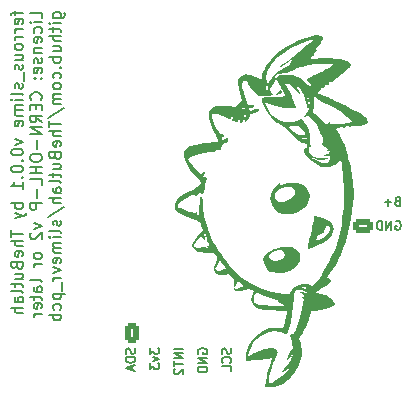
<source format=gbo>
%TF.GenerationSoftware,KiCad,Pcbnew,(6.0.2)*%
%TF.CreationDate,2022-03-15T02:54:35-04:00*%
%TF.ProjectId,ferrous_slime,66657272-6f75-4735-9f73-6c696d652e6b,v0.0.1*%
%TF.SameCoordinates,Original*%
%TF.FileFunction,Legend,Bot*%
%TF.FilePolarity,Positive*%
%FSLAX46Y46*%
G04 Gerber Fmt 4.6, Leading zero omitted, Abs format (unit mm)*
G04 Created by KiCad (PCBNEW (6.0.2)) date 2022-03-15 02:54:35*
%MOMM*%
%LPD*%
G01*
G04 APERTURE LIST*
G04 Aperture macros list*
%AMRoundRect*
0 Rectangle with rounded corners*
0 $1 Rounding radius*
0 $2 $3 $4 $5 $6 $7 $8 $9 X,Y pos of 4 corners*
0 Add a 4 corners polygon primitive as box body*
4,1,4,$2,$3,$4,$5,$6,$7,$8,$9,$2,$3,0*
0 Add four circle primitives for the rounded corners*
1,1,$1+$1,$2,$3*
1,1,$1+$1,$4,$5*
1,1,$1+$1,$6,$7*
1,1,$1+$1,$8,$9*
0 Add four rect primitives between the rounded corners*
20,1,$1+$1,$2,$3,$4,$5,0*
20,1,$1+$1,$4,$5,$6,$7,0*
20,1,$1+$1,$6,$7,$8,$9,0*
20,1,$1+$1,$8,$9,$2,$3,0*%
G04 Aperture macros list end*
%ADD10C,0.127000*%
%ADD11C,0.200000*%
%ADD12RoundRect,0.250000X-0.350000X-0.625000X0.350000X-0.625000X0.350000X0.625000X-0.350000X0.625000X0*%
%ADD13O,1.200000X1.750000*%
%ADD14RoundRect,0.250000X0.625000X-0.350000X0.625000X0.350000X-0.625000X0.350000X-0.625000X-0.350000X0*%
%ADD15O,1.750000X1.200000*%
%ADD16O,3.500000X2.200000*%
%ADD17R,2.500000X1.500000*%
%ADD18O,2.500000X1.500000*%
%ADD19C,0.650000*%
%ADD20O,2.100000X1.000000*%
%ADD21O,1.600000X1.000000*%
%ADD22C,1.651000*%
%ADD23R,1.651000X1.651000*%
%ADD24R,1.700000X1.700000*%
%ADD25O,1.700000X1.700000*%
G04 APERTURE END LIST*
D10*
X77778428Y-59663692D02*
X77814714Y-59772550D01*
X77814714Y-59953978D01*
X77778428Y-60026550D01*
X77742142Y-60062835D01*
X77669571Y-60099121D01*
X77597000Y-60099121D01*
X77524428Y-60062835D01*
X77488142Y-60026550D01*
X77451857Y-59953978D01*
X77415571Y-59808835D01*
X77379285Y-59736264D01*
X77343000Y-59699978D01*
X77270428Y-59663692D01*
X77197857Y-59663692D01*
X77125285Y-59699978D01*
X77089000Y-59736264D01*
X77052714Y-59808835D01*
X77052714Y-59990264D01*
X77089000Y-60099121D01*
X77742142Y-60861121D02*
X77778428Y-60824835D01*
X77814714Y-60715978D01*
X77814714Y-60643407D01*
X77778428Y-60534550D01*
X77705857Y-60461978D01*
X77633285Y-60425692D01*
X77488142Y-60389407D01*
X77379285Y-60389407D01*
X77234142Y-60425692D01*
X77161571Y-60461978D01*
X77089000Y-60534550D01*
X77052714Y-60643407D01*
X77052714Y-60715978D01*
X77089000Y-60824835D01*
X77125285Y-60861121D01*
X77814714Y-61550550D02*
X77814714Y-61187692D01*
X77052714Y-61187692D01*
X75057000Y-60099121D02*
X75020714Y-60026550D01*
X75020714Y-59917692D01*
X75057000Y-59808835D01*
X75129571Y-59736264D01*
X75202142Y-59699978D01*
X75347285Y-59663692D01*
X75456142Y-59663692D01*
X75601285Y-59699978D01*
X75673857Y-59736264D01*
X75746428Y-59808835D01*
X75782714Y-59917692D01*
X75782714Y-59990264D01*
X75746428Y-60099121D01*
X75710142Y-60135407D01*
X75456142Y-60135407D01*
X75456142Y-59990264D01*
X75782714Y-60461978D02*
X75020714Y-60461978D01*
X75782714Y-60897407D01*
X75020714Y-60897407D01*
X75782714Y-61260264D02*
X75020714Y-61260264D01*
X75020714Y-61441692D01*
X75057000Y-61550550D01*
X75129571Y-61623121D01*
X75202142Y-61659407D01*
X75347285Y-61695692D01*
X75456142Y-61695692D01*
X75601285Y-61659407D01*
X75673857Y-61623121D01*
X75746428Y-61550550D01*
X75782714Y-61441692D01*
X75782714Y-61260264D01*
X91903550Y-47189571D02*
X91794692Y-47225857D01*
X91758407Y-47262142D01*
X91722121Y-47334714D01*
X91722121Y-47443571D01*
X91758407Y-47516142D01*
X91794692Y-47552428D01*
X91867264Y-47588714D01*
X92157550Y-47588714D01*
X92157550Y-46826714D01*
X91903550Y-46826714D01*
X91830978Y-46863000D01*
X91794692Y-46899285D01*
X91758407Y-46971857D01*
X91758407Y-47044428D01*
X91794692Y-47117000D01*
X91830978Y-47153285D01*
X91903550Y-47189571D01*
X92157550Y-47189571D01*
X91395550Y-47298428D02*
X90814978Y-47298428D01*
X91105264Y-47588714D02*
X91105264Y-47008142D01*
X91740264Y-48895000D02*
X91812835Y-48858714D01*
X91921692Y-48858714D01*
X92030550Y-48895000D01*
X92103121Y-48967571D01*
X92139407Y-49040142D01*
X92175692Y-49185285D01*
X92175692Y-49294142D01*
X92139407Y-49439285D01*
X92103121Y-49511857D01*
X92030550Y-49584428D01*
X91921692Y-49620714D01*
X91849121Y-49620714D01*
X91740264Y-49584428D01*
X91703978Y-49548142D01*
X91703978Y-49294142D01*
X91849121Y-49294142D01*
X91377407Y-49620714D02*
X91377407Y-48858714D01*
X90941978Y-49620714D01*
X90941978Y-48858714D01*
X90579121Y-49620714D02*
X90579121Y-48858714D01*
X90397692Y-48858714D01*
X90288835Y-48895000D01*
X90216264Y-48967571D01*
X90179978Y-49040142D01*
X90143692Y-49185285D01*
X90143692Y-49294142D01*
X90179978Y-49439285D01*
X90216264Y-49511857D01*
X90288835Y-49584428D01*
X90397692Y-49620714D01*
X90579121Y-49620714D01*
X69650428Y-59663692D02*
X69686714Y-59772550D01*
X69686714Y-59953978D01*
X69650428Y-60026550D01*
X69614142Y-60062835D01*
X69541571Y-60099121D01*
X69469000Y-60099121D01*
X69396428Y-60062835D01*
X69360142Y-60026550D01*
X69323857Y-59953978D01*
X69287571Y-59808835D01*
X69251285Y-59736264D01*
X69215000Y-59699978D01*
X69142428Y-59663692D01*
X69069857Y-59663692D01*
X68997285Y-59699978D01*
X68961000Y-59736264D01*
X68924714Y-59808835D01*
X68924714Y-59990264D01*
X68961000Y-60099121D01*
X69686714Y-60425692D02*
X68924714Y-60425692D01*
X68924714Y-60607121D01*
X68961000Y-60715978D01*
X69033571Y-60788550D01*
X69106142Y-60824835D01*
X69251285Y-60861121D01*
X69360142Y-60861121D01*
X69505285Y-60824835D01*
X69577857Y-60788550D01*
X69650428Y-60715978D01*
X69686714Y-60607121D01*
X69686714Y-60425692D01*
X69469000Y-61151407D02*
X69469000Y-61514264D01*
X69686714Y-61078835D02*
X68924714Y-61332835D01*
X69686714Y-61586835D01*
X70956714Y-59627407D02*
X70956714Y-60099121D01*
X71247000Y-59845121D01*
X71247000Y-59953978D01*
X71283285Y-60026550D01*
X71319571Y-60062835D01*
X71392142Y-60099121D01*
X71573571Y-60099121D01*
X71646142Y-60062835D01*
X71682428Y-60026550D01*
X71718714Y-59953978D01*
X71718714Y-59736264D01*
X71682428Y-59663692D01*
X71646142Y-59627407D01*
X71210714Y-60353121D02*
X71718714Y-60534550D01*
X71210714Y-60715978D01*
X70956714Y-60933692D02*
X70956714Y-61405407D01*
X71247000Y-61151407D01*
X71247000Y-61260264D01*
X71283285Y-61332835D01*
X71319571Y-61369121D01*
X71392142Y-61405407D01*
X71573571Y-61405407D01*
X71646142Y-61369121D01*
X71682428Y-61332835D01*
X71718714Y-61260264D01*
X71718714Y-61042550D01*
X71682428Y-60969978D01*
X71646142Y-60933692D01*
X73750714Y-59699978D02*
X72988714Y-59699978D01*
X73750714Y-60062835D02*
X72988714Y-60062835D01*
X73750714Y-60498264D01*
X72988714Y-60498264D01*
X72988714Y-60752264D02*
X72988714Y-61187692D01*
X73750714Y-60969978D02*
X72988714Y-60969978D01*
X73061285Y-61405407D02*
X73025000Y-61441692D01*
X72988714Y-61514264D01*
X72988714Y-61695692D01*
X73025000Y-61768264D01*
X73061285Y-61804550D01*
X73133857Y-61840835D01*
X73206428Y-61840835D01*
X73315285Y-61804550D01*
X73750714Y-61369121D01*
X73750714Y-61840835D01*
D11*
X59516714Y-31086238D02*
X59516714Y-31467190D01*
X60183380Y-31229095D02*
X59326238Y-31229095D01*
X59231000Y-31276714D01*
X59183380Y-31371952D01*
X59183380Y-31467190D01*
X60135761Y-32181476D02*
X60183380Y-32086238D01*
X60183380Y-31895761D01*
X60135761Y-31800523D01*
X60040523Y-31752904D01*
X59659571Y-31752904D01*
X59564333Y-31800523D01*
X59516714Y-31895761D01*
X59516714Y-32086238D01*
X59564333Y-32181476D01*
X59659571Y-32229095D01*
X59754809Y-32229095D01*
X59850047Y-31752904D01*
X60183380Y-32657666D02*
X59516714Y-32657666D01*
X59707190Y-32657666D02*
X59611952Y-32705285D01*
X59564333Y-32752904D01*
X59516714Y-32848142D01*
X59516714Y-32943380D01*
X60183380Y-33276714D02*
X59516714Y-33276714D01*
X59707190Y-33276714D02*
X59611952Y-33324333D01*
X59564333Y-33371952D01*
X59516714Y-33467190D01*
X59516714Y-33562428D01*
X60183380Y-34038619D02*
X60135761Y-33943380D01*
X60088142Y-33895761D01*
X59992904Y-33848142D01*
X59707190Y-33848142D01*
X59611952Y-33895761D01*
X59564333Y-33943380D01*
X59516714Y-34038619D01*
X59516714Y-34181476D01*
X59564333Y-34276714D01*
X59611952Y-34324333D01*
X59707190Y-34371952D01*
X59992904Y-34371952D01*
X60088142Y-34324333D01*
X60135761Y-34276714D01*
X60183380Y-34181476D01*
X60183380Y-34038619D01*
X59516714Y-35229095D02*
X60183380Y-35229095D01*
X59516714Y-34800523D02*
X60040523Y-34800523D01*
X60135761Y-34848142D01*
X60183380Y-34943380D01*
X60183380Y-35086238D01*
X60135761Y-35181476D01*
X60088142Y-35229095D01*
X60135761Y-35657666D02*
X60183380Y-35752904D01*
X60183380Y-35943380D01*
X60135761Y-36038619D01*
X60040523Y-36086238D01*
X59992904Y-36086238D01*
X59897666Y-36038619D01*
X59850047Y-35943380D01*
X59850047Y-35800523D01*
X59802428Y-35705285D01*
X59707190Y-35657666D01*
X59659571Y-35657666D01*
X59564333Y-35705285D01*
X59516714Y-35800523D01*
X59516714Y-35943380D01*
X59564333Y-36038619D01*
X60278619Y-36276714D02*
X60278619Y-37038619D01*
X60135761Y-37229095D02*
X60183380Y-37324333D01*
X60183380Y-37514809D01*
X60135761Y-37610047D01*
X60040523Y-37657666D01*
X59992904Y-37657666D01*
X59897666Y-37610047D01*
X59850047Y-37514809D01*
X59850047Y-37371952D01*
X59802428Y-37276714D01*
X59707190Y-37229095D01*
X59659571Y-37229095D01*
X59564333Y-37276714D01*
X59516714Y-37371952D01*
X59516714Y-37514809D01*
X59564333Y-37610047D01*
X60183380Y-38229095D02*
X60135761Y-38133857D01*
X60040523Y-38086238D01*
X59183380Y-38086238D01*
X60183380Y-38610047D02*
X59516714Y-38610047D01*
X59183380Y-38610047D02*
X59231000Y-38562428D01*
X59278619Y-38610047D01*
X59231000Y-38657666D01*
X59183380Y-38610047D01*
X59278619Y-38610047D01*
X60183380Y-39086238D02*
X59516714Y-39086238D01*
X59611952Y-39086238D02*
X59564333Y-39133857D01*
X59516714Y-39229095D01*
X59516714Y-39371952D01*
X59564333Y-39467190D01*
X59659571Y-39514809D01*
X60183380Y-39514809D01*
X59659571Y-39514809D02*
X59564333Y-39562428D01*
X59516714Y-39657666D01*
X59516714Y-39800523D01*
X59564333Y-39895761D01*
X59659571Y-39943380D01*
X60183380Y-39943380D01*
X60135761Y-40800523D02*
X60183380Y-40705285D01*
X60183380Y-40514809D01*
X60135761Y-40419571D01*
X60040523Y-40371952D01*
X59659571Y-40371952D01*
X59564333Y-40419571D01*
X59516714Y-40514809D01*
X59516714Y-40705285D01*
X59564333Y-40800523D01*
X59659571Y-40848142D01*
X59754809Y-40848142D01*
X59850047Y-40371952D01*
X59516714Y-41943380D02*
X60183380Y-42181476D01*
X59516714Y-42419571D01*
X59183380Y-42991000D02*
X59183380Y-43086238D01*
X59231000Y-43181476D01*
X59278619Y-43229095D01*
X59373857Y-43276714D01*
X59564333Y-43324333D01*
X59802428Y-43324333D01*
X59992904Y-43276714D01*
X60088142Y-43229095D01*
X60135761Y-43181476D01*
X60183380Y-43086238D01*
X60183380Y-42991000D01*
X60135761Y-42895761D01*
X60088142Y-42848142D01*
X59992904Y-42800523D01*
X59802428Y-42752904D01*
X59564333Y-42752904D01*
X59373857Y-42800523D01*
X59278619Y-42848142D01*
X59231000Y-42895761D01*
X59183380Y-42991000D01*
X60088142Y-43752904D02*
X60135761Y-43800523D01*
X60183380Y-43752904D01*
X60135761Y-43705285D01*
X60088142Y-43752904D01*
X60183380Y-43752904D01*
X59183380Y-44419571D02*
X59183380Y-44514809D01*
X59231000Y-44610047D01*
X59278619Y-44657666D01*
X59373857Y-44705285D01*
X59564333Y-44752904D01*
X59802428Y-44752904D01*
X59992904Y-44705285D01*
X60088142Y-44657666D01*
X60135761Y-44610047D01*
X60183380Y-44514809D01*
X60183380Y-44419571D01*
X60135761Y-44324333D01*
X60088142Y-44276714D01*
X59992904Y-44229095D01*
X59802428Y-44181476D01*
X59564333Y-44181476D01*
X59373857Y-44229095D01*
X59278619Y-44276714D01*
X59231000Y-44324333D01*
X59183380Y-44419571D01*
X60088142Y-45181476D02*
X60135761Y-45229095D01*
X60183380Y-45181476D01*
X60135761Y-45133857D01*
X60088142Y-45181476D01*
X60183380Y-45181476D01*
X60183380Y-46181476D02*
X60183380Y-45610047D01*
X60183380Y-45895761D02*
X59183380Y-45895761D01*
X59326238Y-45800523D01*
X59421476Y-45705285D01*
X59469095Y-45610047D01*
X60183380Y-47371952D02*
X59183380Y-47371952D01*
X59564333Y-47371952D02*
X59516714Y-47467190D01*
X59516714Y-47657666D01*
X59564333Y-47752904D01*
X59611952Y-47800523D01*
X59707190Y-47848142D01*
X59992904Y-47848142D01*
X60088142Y-47800523D01*
X60135761Y-47752904D01*
X60183380Y-47657666D01*
X60183380Y-47467190D01*
X60135761Y-47371952D01*
X59516714Y-48181476D02*
X60183380Y-48419571D01*
X59516714Y-48657666D02*
X60183380Y-48419571D01*
X60421476Y-48324333D01*
X60469095Y-48276714D01*
X60516714Y-48181476D01*
X59183380Y-49657666D02*
X59183380Y-50229095D01*
X60183380Y-49943380D02*
X59183380Y-49943380D01*
X60183380Y-50562428D02*
X59183380Y-50562428D01*
X60183380Y-50990999D02*
X59659571Y-50990999D01*
X59564333Y-50943380D01*
X59516714Y-50848142D01*
X59516714Y-50705285D01*
X59564333Y-50610047D01*
X59611952Y-50562428D01*
X60135761Y-51848142D02*
X60183380Y-51752904D01*
X60183380Y-51562428D01*
X60135761Y-51467190D01*
X60040523Y-51419571D01*
X59659571Y-51419571D01*
X59564333Y-51467190D01*
X59516714Y-51562428D01*
X59516714Y-51752904D01*
X59564333Y-51848142D01*
X59659571Y-51895761D01*
X59754809Y-51895761D01*
X59850047Y-51419571D01*
X59659571Y-52657666D02*
X59707190Y-52800523D01*
X59754809Y-52848142D01*
X59850047Y-52895761D01*
X59992904Y-52895761D01*
X60088142Y-52848142D01*
X60135761Y-52800523D01*
X60183380Y-52705285D01*
X60183380Y-52324333D01*
X59183380Y-52324333D01*
X59183380Y-52657666D01*
X59231000Y-52752904D01*
X59278619Y-52800523D01*
X59373857Y-52848142D01*
X59469095Y-52848142D01*
X59564333Y-52800523D01*
X59611952Y-52752904D01*
X59659571Y-52657666D01*
X59659571Y-52324333D01*
X59516714Y-53752904D02*
X60183380Y-53752904D01*
X59516714Y-53324333D02*
X60040523Y-53324333D01*
X60135761Y-53371952D01*
X60183380Y-53467190D01*
X60183380Y-53610047D01*
X60135761Y-53705285D01*
X60088142Y-53752904D01*
X59516714Y-54086238D02*
X59516714Y-54467190D01*
X59183380Y-54229095D02*
X60040523Y-54229095D01*
X60135761Y-54276714D01*
X60183380Y-54371952D01*
X60183380Y-54467190D01*
X60183380Y-54943380D02*
X60135761Y-54848142D01*
X60040523Y-54800523D01*
X59183380Y-54800523D01*
X60183380Y-55752904D02*
X59659571Y-55752904D01*
X59564333Y-55705285D01*
X59516714Y-55610047D01*
X59516714Y-55419571D01*
X59564333Y-55324333D01*
X60135761Y-55752904D02*
X60183380Y-55657666D01*
X60183380Y-55419571D01*
X60135761Y-55324333D01*
X60040523Y-55276714D01*
X59945285Y-55276714D01*
X59850047Y-55324333D01*
X59802428Y-55419571D01*
X59802428Y-55657666D01*
X59754809Y-55752904D01*
X60183380Y-56229095D02*
X59183380Y-56229095D01*
X60183380Y-56657666D02*
X59659571Y-56657666D01*
X59564333Y-56610047D01*
X59516714Y-56514809D01*
X59516714Y-56371952D01*
X59564333Y-56276714D01*
X59611952Y-56229095D01*
X61793380Y-31705285D02*
X61793380Y-31229095D01*
X60793380Y-31229095D01*
X61793380Y-32038619D02*
X61126714Y-32038619D01*
X60793380Y-32038619D02*
X60841000Y-31991000D01*
X60888619Y-32038619D01*
X60841000Y-32086238D01*
X60793380Y-32038619D01*
X60888619Y-32038619D01*
X61745761Y-32943380D02*
X61793380Y-32848142D01*
X61793380Y-32657666D01*
X61745761Y-32562428D01*
X61698142Y-32514809D01*
X61602904Y-32467190D01*
X61317190Y-32467190D01*
X61221952Y-32514809D01*
X61174333Y-32562428D01*
X61126714Y-32657666D01*
X61126714Y-32848142D01*
X61174333Y-32943380D01*
X61745761Y-33752904D02*
X61793380Y-33657666D01*
X61793380Y-33467190D01*
X61745761Y-33371952D01*
X61650523Y-33324333D01*
X61269571Y-33324333D01*
X61174333Y-33371952D01*
X61126714Y-33467190D01*
X61126714Y-33657666D01*
X61174333Y-33752904D01*
X61269571Y-33800523D01*
X61364809Y-33800523D01*
X61460047Y-33324333D01*
X61126714Y-34229095D02*
X61793380Y-34229095D01*
X61221952Y-34229095D02*
X61174333Y-34276714D01*
X61126714Y-34371952D01*
X61126714Y-34514809D01*
X61174333Y-34610047D01*
X61269571Y-34657666D01*
X61793380Y-34657666D01*
X61745761Y-35086238D02*
X61793380Y-35181476D01*
X61793380Y-35371952D01*
X61745761Y-35467190D01*
X61650523Y-35514809D01*
X61602904Y-35514809D01*
X61507666Y-35467190D01*
X61460047Y-35371952D01*
X61460047Y-35229095D01*
X61412428Y-35133857D01*
X61317190Y-35086238D01*
X61269571Y-35086238D01*
X61174333Y-35133857D01*
X61126714Y-35229095D01*
X61126714Y-35371952D01*
X61174333Y-35467190D01*
X61745761Y-36324333D02*
X61793380Y-36229095D01*
X61793380Y-36038619D01*
X61745761Y-35943380D01*
X61650523Y-35895761D01*
X61269571Y-35895761D01*
X61174333Y-35943380D01*
X61126714Y-36038619D01*
X61126714Y-36229095D01*
X61174333Y-36324333D01*
X61269571Y-36371952D01*
X61364809Y-36371952D01*
X61460047Y-35895761D01*
X61698142Y-36800523D02*
X61745761Y-36848142D01*
X61793380Y-36800523D01*
X61745761Y-36752904D01*
X61698142Y-36800523D01*
X61793380Y-36800523D01*
X61174333Y-36800523D02*
X61221952Y-36848142D01*
X61269571Y-36800523D01*
X61221952Y-36752904D01*
X61174333Y-36800523D01*
X61269571Y-36800523D01*
X61698142Y-38610047D02*
X61745761Y-38562428D01*
X61793380Y-38419571D01*
X61793380Y-38324333D01*
X61745761Y-38181476D01*
X61650523Y-38086238D01*
X61555285Y-38038619D01*
X61364809Y-37991000D01*
X61221952Y-37991000D01*
X61031476Y-38038619D01*
X60936238Y-38086238D01*
X60841000Y-38181476D01*
X60793380Y-38324333D01*
X60793380Y-38419571D01*
X60841000Y-38562428D01*
X60888619Y-38610047D01*
X61269571Y-39038619D02*
X61269571Y-39371952D01*
X61793380Y-39514809D02*
X61793380Y-39038619D01*
X60793380Y-39038619D01*
X60793380Y-39514809D01*
X61793380Y-40514809D02*
X61317190Y-40181476D01*
X61793380Y-39943380D02*
X60793380Y-39943380D01*
X60793380Y-40324333D01*
X60841000Y-40419571D01*
X60888619Y-40467190D01*
X60983857Y-40514809D01*
X61126714Y-40514809D01*
X61221952Y-40467190D01*
X61269571Y-40419571D01*
X61317190Y-40324333D01*
X61317190Y-39943380D01*
X61793380Y-40943380D02*
X60793380Y-40943380D01*
X61793380Y-41514809D01*
X60793380Y-41514809D01*
X61412428Y-41991000D02*
X61412428Y-42752904D01*
X60793380Y-43419571D02*
X60793380Y-43610047D01*
X60841000Y-43705285D01*
X60936238Y-43800523D01*
X61126714Y-43848142D01*
X61460047Y-43848142D01*
X61650523Y-43800523D01*
X61745761Y-43705285D01*
X61793380Y-43610047D01*
X61793380Y-43419571D01*
X61745761Y-43324333D01*
X61650523Y-43229095D01*
X61460047Y-43181476D01*
X61126714Y-43181476D01*
X60936238Y-43229095D01*
X60841000Y-43324333D01*
X60793380Y-43419571D01*
X61793380Y-44276714D02*
X60793380Y-44276714D01*
X61269571Y-44276714D02*
X61269571Y-44848142D01*
X61793380Y-44848142D02*
X60793380Y-44848142D01*
X61793380Y-45800523D02*
X61793380Y-45324333D01*
X60793380Y-45324333D01*
X61412428Y-46133857D02*
X61412428Y-46895761D01*
X61793380Y-47371952D02*
X60793380Y-47371952D01*
X60793380Y-47752904D01*
X60841000Y-47848142D01*
X60888619Y-47895761D01*
X60983857Y-47943380D01*
X61126714Y-47943380D01*
X61221952Y-47895761D01*
X61269571Y-47848142D01*
X61317190Y-47752904D01*
X61317190Y-47371952D01*
X61126714Y-49038619D02*
X61793380Y-49276714D01*
X61126714Y-49514809D01*
X60888619Y-49848142D02*
X60841000Y-49895761D01*
X60793380Y-49991000D01*
X60793380Y-50229095D01*
X60841000Y-50324333D01*
X60888619Y-50371952D01*
X60983857Y-50419571D01*
X61079095Y-50419571D01*
X61221952Y-50371952D01*
X61793380Y-49800523D01*
X61793380Y-50419571D01*
X61793380Y-51752904D02*
X61745761Y-51657666D01*
X61698142Y-51610047D01*
X61602904Y-51562428D01*
X61317190Y-51562428D01*
X61221952Y-51610047D01*
X61174333Y-51657666D01*
X61126714Y-51752904D01*
X61126714Y-51895761D01*
X61174333Y-51991000D01*
X61221952Y-52038619D01*
X61317190Y-52086238D01*
X61602904Y-52086238D01*
X61698142Y-52038619D01*
X61745761Y-51991000D01*
X61793380Y-51895761D01*
X61793380Y-51752904D01*
X61793380Y-52514809D02*
X61126714Y-52514809D01*
X61317190Y-52514809D02*
X61221952Y-52562428D01*
X61174333Y-52610047D01*
X61126714Y-52705285D01*
X61126714Y-52800523D01*
X61793380Y-54038619D02*
X61745761Y-53943380D01*
X61650523Y-53895761D01*
X60793380Y-53895761D01*
X61793380Y-54848142D02*
X61269571Y-54848142D01*
X61174333Y-54800523D01*
X61126714Y-54705285D01*
X61126714Y-54514809D01*
X61174333Y-54419571D01*
X61745761Y-54848142D02*
X61793380Y-54752904D01*
X61793380Y-54514809D01*
X61745761Y-54419571D01*
X61650523Y-54371952D01*
X61555285Y-54371952D01*
X61460047Y-54419571D01*
X61412428Y-54514809D01*
X61412428Y-54752904D01*
X61364809Y-54848142D01*
X61126714Y-55181476D02*
X61126714Y-55562428D01*
X60793380Y-55324333D02*
X61650523Y-55324333D01*
X61745761Y-55371952D01*
X61793380Y-55467190D01*
X61793380Y-55562428D01*
X61745761Y-56276714D02*
X61793380Y-56181476D01*
X61793380Y-55991000D01*
X61745761Y-55895761D01*
X61650523Y-55848142D01*
X61269571Y-55848142D01*
X61174333Y-55895761D01*
X61126714Y-55991000D01*
X61126714Y-56181476D01*
X61174333Y-56276714D01*
X61269571Y-56324333D01*
X61364809Y-56324333D01*
X61460047Y-55848142D01*
X61793380Y-56752904D02*
X61126714Y-56752904D01*
X61317190Y-56752904D02*
X61221952Y-56800523D01*
X61174333Y-56848142D01*
X61126714Y-56943380D01*
X61126714Y-57038619D01*
X62736714Y-31657666D02*
X63546238Y-31657666D01*
X63641476Y-31610047D01*
X63689095Y-31562428D01*
X63736714Y-31467190D01*
X63736714Y-31324333D01*
X63689095Y-31229095D01*
X63355761Y-31657666D02*
X63403380Y-31562428D01*
X63403380Y-31371952D01*
X63355761Y-31276714D01*
X63308142Y-31229095D01*
X63212904Y-31181476D01*
X62927190Y-31181476D01*
X62831952Y-31229095D01*
X62784333Y-31276714D01*
X62736714Y-31371952D01*
X62736714Y-31562428D01*
X62784333Y-31657666D01*
X63403380Y-32133857D02*
X62736714Y-32133857D01*
X62403380Y-32133857D02*
X62451000Y-32086238D01*
X62498619Y-32133857D01*
X62451000Y-32181476D01*
X62403380Y-32133857D01*
X62498619Y-32133857D01*
X62736714Y-32467190D02*
X62736714Y-32848142D01*
X62403380Y-32610047D02*
X63260523Y-32610047D01*
X63355761Y-32657666D01*
X63403380Y-32752904D01*
X63403380Y-32848142D01*
X63403380Y-33181476D02*
X62403380Y-33181476D01*
X63403380Y-33610047D02*
X62879571Y-33610047D01*
X62784333Y-33562428D01*
X62736714Y-33467190D01*
X62736714Y-33324333D01*
X62784333Y-33229095D01*
X62831952Y-33181476D01*
X62736714Y-34514809D02*
X63403380Y-34514809D01*
X62736714Y-34086238D02*
X63260523Y-34086238D01*
X63355761Y-34133857D01*
X63403380Y-34229095D01*
X63403380Y-34371952D01*
X63355761Y-34467190D01*
X63308142Y-34514809D01*
X63403380Y-34991000D02*
X62403380Y-34991000D01*
X62784333Y-34991000D02*
X62736714Y-35086238D01*
X62736714Y-35276714D01*
X62784333Y-35371952D01*
X62831952Y-35419571D01*
X62927190Y-35467190D01*
X63212904Y-35467190D01*
X63308142Y-35419571D01*
X63355761Y-35371952D01*
X63403380Y-35276714D01*
X63403380Y-35086238D01*
X63355761Y-34991000D01*
X63308142Y-35895761D02*
X63355761Y-35943380D01*
X63403380Y-35895761D01*
X63355761Y-35848142D01*
X63308142Y-35895761D01*
X63403380Y-35895761D01*
X63355761Y-36800523D02*
X63403380Y-36705285D01*
X63403380Y-36514809D01*
X63355761Y-36419571D01*
X63308142Y-36371952D01*
X63212904Y-36324333D01*
X62927190Y-36324333D01*
X62831952Y-36371952D01*
X62784333Y-36419571D01*
X62736714Y-36514809D01*
X62736714Y-36705285D01*
X62784333Y-36800523D01*
X63403380Y-37371952D02*
X63355761Y-37276714D01*
X63308142Y-37229095D01*
X63212904Y-37181476D01*
X62927190Y-37181476D01*
X62831952Y-37229095D01*
X62784333Y-37276714D01*
X62736714Y-37371952D01*
X62736714Y-37514809D01*
X62784333Y-37610047D01*
X62831952Y-37657666D01*
X62927190Y-37705285D01*
X63212904Y-37705285D01*
X63308142Y-37657666D01*
X63355761Y-37610047D01*
X63403380Y-37514809D01*
X63403380Y-37371952D01*
X63403380Y-38133857D02*
X62736714Y-38133857D01*
X62831952Y-38133857D02*
X62784333Y-38181476D01*
X62736714Y-38276714D01*
X62736714Y-38419571D01*
X62784333Y-38514809D01*
X62879571Y-38562428D01*
X63403380Y-38562428D01*
X62879571Y-38562428D02*
X62784333Y-38610047D01*
X62736714Y-38705285D01*
X62736714Y-38848142D01*
X62784333Y-38943380D01*
X62879571Y-38990999D01*
X63403380Y-38990999D01*
X62355761Y-40181476D02*
X63641476Y-39324333D01*
X62403380Y-40371952D02*
X62403380Y-40943380D01*
X63403380Y-40657666D02*
X62403380Y-40657666D01*
X63403380Y-41276714D02*
X62403380Y-41276714D01*
X63403380Y-41705285D02*
X62879571Y-41705285D01*
X62784333Y-41657666D01*
X62736714Y-41562428D01*
X62736714Y-41419571D01*
X62784333Y-41324333D01*
X62831952Y-41276714D01*
X63355761Y-42562428D02*
X63403380Y-42467190D01*
X63403380Y-42276714D01*
X63355761Y-42181476D01*
X63260523Y-42133857D01*
X62879571Y-42133857D01*
X62784333Y-42181476D01*
X62736714Y-42276714D01*
X62736714Y-42467190D01*
X62784333Y-42562428D01*
X62879571Y-42610047D01*
X62974809Y-42610047D01*
X63070047Y-42133857D01*
X62879571Y-43371952D02*
X62927190Y-43514809D01*
X62974809Y-43562428D01*
X63070047Y-43610047D01*
X63212904Y-43610047D01*
X63308142Y-43562428D01*
X63355761Y-43514809D01*
X63403380Y-43419571D01*
X63403380Y-43038619D01*
X62403380Y-43038619D01*
X62403380Y-43371952D01*
X62451000Y-43467190D01*
X62498619Y-43514809D01*
X62593857Y-43562428D01*
X62689095Y-43562428D01*
X62784333Y-43514809D01*
X62831952Y-43467190D01*
X62879571Y-43371952D01*
X62879571Y-43038619D01*
X62736714Y-44467190D02*
X63403380Y-44467190D01*
X62736714Y-44038619D02*
X63260523Y-44038619D01*
X63355761Y-44086238D01*
X63403380Y-44181476D01*
X63403380Y-44324333D01*
X63355761Y-44419571D01*
X63308142Y-44467190D01*
X62736714Y-44800523D02*
X62736714Y-45181476D01*
X62403380Y-44943380D02*
X63260523Y-44943380D01*
X63355761Y-44990999D01*
X63403380Y-45086238D01*
X63403380Y-45181476D01*
X63403380Y-45657666D02*
X63355761Y-45562428D01*
X63260523Y-45514809D01*
X62403380Y-45514809D01*
X63403380Y-46467190D02*
X62879571Y-46467190D01*
X62784333Y-46419571D01*
X62736714Y-46324333D01*
X62736714Y-46133857D01*
X62784333Y-46038619D01*
X63355761Y-46467190D02*
X63403380Y-46371952D01*
X63403380Y-46133857D01*
X63355761Y-46038619D01*
X63260523Y-45990999D01*
X63165285Y-45990999D01*
X63070047Y-46038619D01*
X63022428Y-46133857D01*
X63022428Y-46371952D01*
X62974809Y-46467190D01*
X63403380Y-46943380D02*
X62403380Y-46943380D01*
X63403380Y-47371952D02*
X62879571Y-47371952D01*
X62784333Y-47324333D01*
X62736714Y-47229095D01*
X62736714Y-47086238D01*
X62784333Y-46990999D01*
X62831952Y-46943380D01*
X62355761Y-48562428D02*
X63641476Y-47705285D01*
X63355761Y-48848142D02*
X63403380Y-48943380D01*
X63403380Y-49133857D01*
X63355761Y-49229095D01*
X63260523Y-49276714D01*
X63212904Y-49276714D01*
X63117666Y-49229095D01*
X63070047Y-49133857D01*
X63070047Y-48990999D01*
X63022428Y-48895761D01*
X62927190Y-48848142D01*
X62879571Y-48848142D01*
X62784333Y-48895761D01*
X62736714Y-48990999D01*
X62736714Y-49133857D01*
X62784333Y-49229095D01*
X63403380Y-49848142D02*
X63355761Y-49752904D01*
X63260523Y-49705285D01*
X62403380Y-49705285D01*
X63403380Y-50229095D02*
X62736714Y-50229095D01*
X62403380Y-50229095D02*
X62451000Y-50181476D01*
X62498619Y-50229095D01*
X62451000Y-50276714D01*
X62403380Y-50229095D01*
X62498619Y-50229095D01*
X63403380Y-50705285D02*
X62736714Y-50705285D01*
X62831952Y-50705285D02*
X62784333Y-50752904D01*
X62736714Y-50848142D01*
X62736714Y-50990999D01*
X62784333Y-51086238D01*
X62879571Y-51133857D01*
X63403380Y-51133857D01*
X62879571Y-51133857D02*
X62784333Y-51181476D01*
X62736714Y-51276714D01*
X62736714Y-51419571D01*
X62784333Y-51514809D01*
X62879571Y-51562428D01*
X63403380Y-51562428D01*
X63355761Y-52419571D02*
X63403380Y-52324333D01*
X63403380Y-52133857D01*
X63355761Y-52038619D01*
X63260523Y-51990999D01*
X62879571Y-51990999D01*
X62784333Y-52038619D01*
X62736714Y-52133857D01*
X62736714Y-52324333D01*
X62784333Y-52419571D01*
X62879571Y-52467190D01*
X62974809Y-52467190D01*
X63070047Y-51990999D01*
X62736714Y-52800523D02*
X63403380Y-53038619D01*
X62736714Y-53276714D01*
X63403380Y-53657666D02*
X62736714Y-53657666D01*
X62927190Y-53657666D02*
X62831952Y-53705285D01*
X62784333Y-53752904D01*
X62736714Y-53848142D01*
X62736714Y-53943380D01*
X63498619Y-54038619D02*
X63498619Y-54800523D01*
X62736714Y-55038619D02*
X63736714Y-55038619D01*
X62784333Y-55038619D02*
X62736714Y-55133857D01*
X62736714Y-55324333D01*
X62784333Y-55419571D01*
X62831952Y-55467190D01*
X62927190Y-55514809D01*
X63212904Y-55514809D01*
X63308142Y-55467190D01*
X63355761Y-55419571D01*
X63403380Y-55324333D01*
X63403380Y-55133857D01*
X63355761Y-55038619D01*
X63355761Y-56371952D02*
X63403380Y-56276714D01*
X63403380Y-56086238D01*
X63355761Y-55990999D01*
X63308142Y-55943380D01*
X63212904Y-55895761D01*
X62927190Y-55895761D01*
X62831952Y-55943380D01*
X62784333Y-55990999D01*
X62736714Y-56086238D01*
X62736714Y-56276714D01*
X62784333Y-56371952D01*
X63403380Y-56800523D02*
X62403380Y-56800523D01*
X62784333Y-56800523D02*
X62736714Y-56895761D01*
X62736714Y-57086238D01*
X62784333Y-57181476D01*
X62831952Y-57229095D01*
X62927190Y-57276714D01*
X63212904Y-57276714D01*
X63308142Y-57229095D01*
X63355761Y-57181476D01*
X63403380Y-57086238D01*
X63403380Y-56895761D01*
X63355761Y-56800523D01*
G36*
X86381729Y-49077950D02*
G01*
X86479305Y-49258979D01*
X86489184Y-49296146D01*
X86521195Y-49556111D01*
X86476561Y-49798041D01*
X86350230Y-50037136D01*
X86137151Y-50288595D01*
X86036815Y-50381081D01*
X85830288Y-50539907D01*
X85583888Y-50703065D01*
X85316906Y-50860073D01*
X85048634Y-51000446D01*
X84798360Y-51113700D01*
X84585378Y-51189353D01*
X84428977Y-51216919D01*
X84416068Y-51216779D01*
X84357808Y-51208713D01*
X84318905Y-51180799D01*
X84300408Y-51122722D01*
X84303363Y-51024165D01*
X84328819Y-50874813D01*
X84377823Y-50664350D01*
X84428154Y-50471580D01*
X85045363Y-50471580D01*
X85049466Y-50528629D01*
X85055335Y-50532059D01*
X85127705Y-50522129D01*
X85253956Y-50473774D01*
X85411393Y-50397768D01*
X85577324Y-50304889D01*
X85729052Y-50205914D01*
X85799681Y-50150988D01*
X85949371Y-50011916D01*
X86063497Y-49877607D01*
X86102567Y-49815428D01*
X86178735Y-49602598D01*
X86166829Y-49399002D01*
X86066779Y-49218767D01*
X86037882Y-49186050D01*
X85975682Y-49122596D01*
X85951674Y-49126470D01*
X85946968Y-49193725D01*
X85941173Y-49244754D01*
X85888160Y-49406087D01*
X85794815Y-49590072D01*
X85679539Y-49763404D01*
X85560736Y-49892776D01*
X85543482Y-49906651D01*
X85404963Y-49986801D01*
X85275613Y-50018830D01*
X85225678Y-50021059D01*
X85163148Y-50046060D01*
X85121609Y-50118177D01*
X85082191Y-50261040D01*
X85062407Y-50352975D01*
X85045363Y-50471580D01*
X84428154Y-50471580D01*
X84451423Y-50382461D01*
X84550667Y-50018830D01*
X84570337Y-49945971D01*
X84635103Y-49687548D01*
X84698106Y-49411591D01*
X84754881Y-49140161D01*
X84800964Y-48895320D01*
X84831889Y-48699128D01*
X84843189Y-48573647D01*
X84843403Y-48542624D01*
X84855388Y-48469262D01*
X84905978Y-48448421D01*
X85022906Y-48463030D01*
X85260338Y-48510229D01*
X85627664Y-48616302D01*
X85944566Y-48750412D01*
X85975682Y-48769431D01*
X86199702Y-48906361D01*
X86381729Y-49077950D01*
G37*
G36*
X77215784Y-52865763D02*
G01*
X77237074Y-52880557D01*
X77271114Y-52921092D01*
X77270647Y-52927792D01*
X77242905Y-52938346D01*
X77194650Y-52886897D01*
X77182990Y-52860115D01*
X77215784Y-52865763D01*
G37*
G36*
X82633689Y-51050928D02*
G01*
X82967000Y-51102725D01*
X83248871Y-51216437D01*
X83470998Y-51390738D01*
X83625074Y-51624302D01*
X83672657Y-51771242D01*
X83681738Y-52020871D01*
X83613599Y-52271365D01*
X83479119Y-52513979D01*
X83289177Y-52739967D01*
X83054652Y-52940582D01*
X82786425Y-53107080D01*
X82495375Y-53230714D01*
X82192381Y-53302739D01*
X81888322Y-53314408D01*
X81594079Y-53256977D01*
X81506488Y-53231790D01*
X81351864Y-53204266D01*
X81241518Y-53205920D01*
X81200226Y-53212226D01*
X81130560Y-53193568D01*
X81050528Y-53123464D01*
X80939721Y-52987119D01*
X80895042Y-52927396D01*
X80693887Y-52616965D01*
X80571372Y-52342766D01*
X80529982Y-52110118D01*
X80529982Y-52108553D01*
X80538391Y-51999338D01*
X80573593Y-51907399D01*
X80645604Y-51813261D01*
X81027753Y-51813261D01*
X81034100Y-51886311D01*
X81090788Y-51994722D01*
X81130155Y-52056227D01*
X81262913Y-52188170D01*
X81435175Y-52250682D01*
X81667862Y-52253128D01*
X81915199Y-52198356D01*
X82131208Y-52073217D01*
X82279950Y-51886488D01*
X82342049Y-51716600D01*
X82327536Y-51565687D01*
X82227489Y-51424434D01*
X82212995Y-51410139D01*
X82125021Y-51341469D01*
X82029603Y-51318958D01*
X81883923Y-51330956D01*
X81798548Y-51346042D01*
X81577447Y-51410476D01*
X81364830Y-51502575D01*
X81189496Y-51608584D01*
X81080243Y-51714753D01*
X81070050Y-51730440D01*
X81027753Y-51813261D01*
X80645604Y-51813261D01*
X80650969Y-51806248D01*
X80785899Y-51669398D01*
X80961436Y-51517197D01*
X81167092Y-51387756D01*
X81426170Y-51273300D01*
X81845974Y-51138383D01*
X82029603Y-51104445D01*
X82257245Y-51062372D01*
X82633689Y-51050928D01*
G37*
G36*
X82109222Y-37855884D02*
G01*
X82138687Y-37932827D01*
X82144830Y-37999157D01*
X82097051Y-38047956D01*
X81979698Y-38109922D01*
X81857603Y-38161443D01*
X81723789Y-38198403D01*
X81623691Y-38206475D01*
X81584321Y-38180815D01*
X81610670Y-38134751D01*
X81687854Y-38046708D01*
X81791297Y-37943965D01*
X81895999Y-37851210D01*
X81976956Y-37793131D01*
X81994494Y-37784377D01*
X82061436Y-37779955D01*
X82109222Y-37855884D01*
G37*
G36*
X86262791Y-35070608D02*
G01*
X86644835Y-35117845D01*
X87095642Y-35192903D01*
X87364841Y-35249229D01*
X87610118Y-35324011D01*
X87780687Y-35410914D01*
X87888055Y-35514609D01*
X87896381Y-35526685D01*
X87945575Y-35617610D01*
X87955115Y-35702525D01*
X87917318Y-35793755D01*
X87824503Y-35903625D01*
X87668989Y-36044463D01*
X87443095Y-36228592D01*
X87440342Y-36230784D01*
X87217005Y-36409219D01*
X86989158Y-36592316D01*
X86783349Y-36758683D01*
X86626125Y-36886928D01*
X86484032Y-36999864D01*
X86374798Y-37072803D01*
X86304071Y-37095959D01*
X86255320Y-37077844D01*
X86236942Y-37064091D01*
X86140251Y-37038436D01*
X86074709Y-37087541D01*
X86068294Y-37194029D01*
X86069520Y-37268596D01*
X86022171Y-37352806D01*
X85943105Y-37390624D01*
X85861122Y-37359102D01*
X85797396Y-37329671D01*
X85740658Y-37362297D01*
X85737897Y-37442479D01*
X85741624Y-37484767D01*
X85694267Y-37564480D01*
X85603255Y-37619949D01*
X85502151Y-37625163D01*
X85450593Y-37620951D01*
X85418283Y-37672991D01*
X85413170Y-37695193D01*
X85355746Y-37780301D01*
X85255052Y-37876310D01*
X85091821Y-38006555D01*
X85482694Y-38170336D01*
X85533105Y-38191448D01*
X85781671Y-38295341D01*
X86055837Y-38409686D01*
X86304887Y-38513327D01*
X86428416Y-38567022D01*
X86650923Y-38670126D01*
X86912774Y-38796596D01*
X87195967Y-38937252D01*
X87482496Y-39082910D01*
X87754361Y-39224387D01*
X87993555Y-39352501D01*
X88182077Y-39458069D01*
X88301923Y-39531909D01*
X88393639Y-39588869D01*
X88548943Y-39675633D01*
X88720921Y-39764694D01*
X88955395Y-39896010D01*
X89157579Y-40041582D01*
X89298186Y-40181851D01*
X89362499Y-40304435D01*
X89376315Y-40371818D01*
X89389493Y-40425094D01*
X89387780Y-40466903D01*
X89329397Y-40553680D01*
X89223251Y-40646136D01*
X89092392Y-40721291D01*
X88979908Y-40761593D01*
X88784339Y-40808384D01*
X88573769Y-40839396D01*
X88375024Y-40852112D01*
X88214927Y-40844011D01*
X88120302Y-40812576D01*
X88111583Y-40805478D01*
X88047909Y-40777308D01*
X87999189Y-40831566D01*
X87955396Y-40887605D01*
X87869943Y-40905043D01*
X87757876Y-40833401D01*
X87697371Y-40786866D01*
X87641034Y-40789842D01*
X87559315Y-40857363D01*
X87452186Y-40933438D01*
X87339607Y-40958403D01*
X87261939Y-40910843D01*
X87241074Y-40889971D01*
X87175243Y-40906554D01*
X87161729Y-40915602D01*
X87063927Y-40954127D01*
X86927906Y-40987062D01*
X86776315Y-41018489D01*
X86700168Y-41051812D01*
X86695228Y-41098094D01*
X86749283Y-41169829D01*
X86764618Y-41187557D01*
X86880180Y-41351129D01*
X87011875Y-41578898D01*
X87151763Y-41852426D01*
X87291908Y-42153271D01*
X87424372Y-42462994D01*
X87541217Y-42763153D01*
X87634505Y-43035307D01*
X87696299Y-43261018D01*
X87718661Y-43421843D01*
X87719337Y-43445009D01*
X87744982Y-43607188D01*
X87796246Y-43770808D01*
X87804059Y-43789788D01*
X87879050Y-44000844D01*
X87943716Y-44229723D01*
X87989091Y-44441043D01*
X88006208Y-44599419D01*
X88007026Y-44624466D01*
X88019805Y-44756294D01*
X88044854Y-44940819D01*
X88078007Y-45146305D01*
X88081782Y-45168272D01*
X88119145Y-45419060D01*
X88150367Y-45683341D01*
X88169024Y-45907394D01*
X88169045Y-45907777D01*
X88183625Y-46137979D01*
X88203358Y-46405593D01*
X88223979Y-46652761D01*
X88238136Y-46897376D01*
X88226880Y-47125576D01*
X88184316Y-47347666D01*
X88172004Y-47399386D01*
X88129870Y-47609739D01*
X88088444Y-47858357D01*
X88055156Y-48101849D01*
X87979097Y-48663978D01*
X87832019Y-49460788D01*
X87646395Y-50186566D01*
X87625982Y-50255392D01*
X87510763Y-50639103D01*
X87407273Y-50968982D01*
X87309043Y-51258402D01*
X87209607Y-51520734D01*
X87102495Y-51769353D01*
X86981240Y-52017629D01*
X86839374Y-52278937D01*
X86670429Y-52566650D01*
X86467937Y-52894138D01*
X86225429Y-53274777D01*
X85936438Y-53721937D01*
X85834896Y-53880444D01*
X85754543Y-54014210D01*
X85717624Y-54093199D01*
X85718189Y-54130783D01*
X85750288Y-54140339D01*
X85764902Y-54133665D01*
X85817977Y-54066537D01*
X85878479Y-53950553D01*
X85900690Y-53903525D01*
X85966303Y-53793175D01*
X86020218Y-53738508D01*
X86057082Y-53734979D01*
X86153643Y-53772066D01*
X86242156Y-53844837D01*
X86280925Y-53923680D01*
X86260749Y-53972004D01*
X86175408Y-54072275D01*
X86039414Y-54197981D01*
X85870415Y-54334242D01*
X85686057Y-54466173D01*
X85503989Y-54578894D01*
X85356628Y-54664986D01*
X85203205Y-54761787D01*
X85098691Y-54835928D01*
X84979623Y-54932460D01*
X85139047Y-54931777D01*
X85155885Y-54931764D01*
X85253047Y-54942296D01*
X85296190Y-54991880D01*
X85313232Y-55108904D01*
X85313774Y-55116023D01*
X85308686Y-55291679D01*
X85278588Y-55465643D01*
X85269503Y-55500145D01*
X85247438Y-55609800D01*
X85247964Y-55663353D01*
X85266781Y-55667507D01*
X85306877Y-55615760D01*
X85346510Y-55508293D01*
X85377282Y-55370674D01*
X85390796Y-55228471D01*
X85393351Y-55130213D01*
X85406327Y-55043535D01*
X85442089Y-55016934D01*
X85514034Y-55028687D01*
X85565846Y-55041789D01*
X85627224Y-55066437D01*
X85661806Y-55113706D01*
X85682896Y-55207706D01*
X85703800Y-55372544D01*
X85724973Y-55512375D01*
X85749095Y-55583436D01*
X85774767Y-55565863D01*
X85776708Y-55561200D01*
X85795690Y-55452793D01*
X85792536Y-55314077D01*
X85785360Y-55208265D01*
X85806976Y-55166588D01*
X85871187Y-55175329D01*
X86002722Y-55234928D01*
X86170740Y-55352727D01*
X86335956Y-55503114D01*
X86478530Y-55665600D01*
X86578624Y-55819698D01*
X86616397Y-55944918D01*
X86616272Y-55947675D01*
X86568618Y-56011443D01*
X86447733Y-56089290D01*
X86272345Y-56172297D01*
X86061185Y-56251541D01*
X85832982Y-56318099D01*
X85724650Y-56343670D01*
X85518755Y-56387313D01*
X85300646Y-56428882D01*
X85091521Y-56464819D01*
X84912575Y-56491566D01*
X84785004Y-56505564D01*
X84730005Y-56503256D01*
X84728088Y-56495058D01*
X84732481Y-56416410D01*
X84749726Y-56274375D01*
X84777169Y-56092102D01*
X84802730Y-55929026D01*
X84831298Y-55711751D01*
X84839401Y-55574566D01*
X84827301Y-55508902D01*
X84795265Y-55506189D01*
X84762190Y-55565598D01*
X84747340Y-55675990D01*
X84745866Y-55711802D01*
X84726077Y-55870004D01*
X84687235Y-56089467D01*
X84634481Y-56347067D01*
X84572954Y-56619679D01*
X84507794Y-56884179D01*
X84444144Y-57117444D01*
X84387142Y-57296347D01*
X84325455Y-57448303D01*
X84232740Y-57650190D01*
X84121003Y-57877433D01*
X84000145Y-58111319D01*
X83880072Y-58333134D01*
X83770686Y-58524168D01*
X83681891Y-58665707D01*
X83623591Y-58739038D01*
X83616289Y-58745389D01*
X83586841Y-58794796D01*
X83597459Y-58872675D01*
X83650994Y-59006897D01*
X83656231Y-59019080D01*
X83717869Y-59216581D01*
X83768479Y-59471510D01*
X83803491Y-59748457D01*
X83818334Y-60012009D01*
X83808438Y-60226755D01*
X83796581Y-60310006D01*
X83684157Y-60818440D01*
X83505676Y-61270501D01*
X83252046Y-61685041D01*
X82914174Y-62080914D01*
X82833924Y-62161853D01*
X82610800Y-62367192D01*
X82405049Y-62520347D01*
X82189704Y-62642209D01*
X81981138Y-62733597D01*
X81719564Y-62823417D01*
X81454843Y-62892554D01*
X81205308Y-62937795D01*
X80989293Y-62955924D01*
X80825132Y-62943726D01*
X80731158Y-62897986D01*
X80705107Y-62814352D01*
X80725004Y-62646382D01*
X80740466Y-62576882D01*
X80776989Y-62405373D01*
X80821777Y-62189230D01*
X80868425Y-61959156D01*
X80898278Y-61821759D01*
X80985007Y-61485383D01*
X81092342Y-61126388D01*
X81208209Y-60783836D01*
X81320529Y-60496790D01*
X81326954Y-60481348D01*
X81332226Y-60428335D01*
X81268080Y-60436100D01*
X81159820Y-60466725D01*
X80925866Y-60520563D01*
X80656296Y-60572092D01*
X80383210Y-60615876D01*
X80138707Y-60646480D01*
X79954887Y-60658468D01*
X79805553Y-60663436D01*
X79606040Y-60680365D01*
X79451680Y-60704801D01*
X79351578Y-60720624D01*
X79186100Y-60699920D01*
X79081071Y-60611553D01*
X79044321Y-60460222D01*
X79058614Y-60332553D01*
X79069870Y-60283181D01*
X79276535Y-60283181D01*
X79304621Y-60322604D01*
X79345792Y-60312502D01*
X79425911Y-60252894D01*
X79463572Y-60219737D01*
X79587448Y-60142693D01*
X79766485Y-60049604D01*
X79978394Y-59950670D01*
X80200888Y-59856092D01*
X80411678Y-59776071D01*
X80588477Y-59720808D01*
X80800492Y-59675963D01*
X81085021Y-59645717D01*
X81337027Y-59652308D01*
X81528833Y-59696452D01*
X81598745Y-59733275D01*
X81710641Y-59839712D01*
X81763314Y-59963731D01*
X81741905Y-60078677D01*
X81677437Y-60201589D01*
X81592636Y-60401330D01*
X81499042Y-60651558D01*
X81401305Y-60936666D01*
X81304071Y-61241049D01*
X81211989Y-61549098D01*
X81129707Y-61845207D01*
X81061874Y-62113769D01*
X81013137Y-62339178D01*
X80988145Y-62505826D01*
X80991546Y-62598107D01*
X81017000Y-62619954D01*
X81109385Y-62610670D01*
X81253340Y-62552611D01*
X81436026Y-62454673D01*
X81644604Y-62325751D01*
X81866235Y-62174744D01*
X82088081Y-62010547D01*
X82297303Y-61842058D01*
X82481063Y-61678172D01*
X82626520Y-61527786D01*
X82720837Y-61399798D01*
X82764008Y-61321338D01*
X82817274Y-61205682D01*
X82812908Y-61166282D01*
X82749761Y-61202066D01*
X82626680Y-61311957D01*
X82536922Y-61395207D01*
X82367659Y-61537290D01*
X82231829Y-61630811D01*
X82144843Y-61664490D01*
X82135688Y-61660694D01*
X82144906Y-61607542D01*
X82200723Y-61505803D01*
X82291100Y-61373560D01*
X82404001Y-61228893D01*
X82527387Y-61089885D01*
X82542774Y-61073532D01*
X82700898Y-60876425D01*
X82849806Y-60645114D01*
X82969710Y-60413322D01*
X83040825Y-60214773D01*
X83051647Y-60141693D01*
X83034473Y-60088018D01*
X82988785Y-60112802D01*
X82930711Y-60215883D01*
X82896940Y-60279589D01*
X82826148Y-60383405D01*
X82738803Y-60495024D01*
X82649749Y-60597571D01*
X82573825Y-60674172D01*
X82525873Y-60707953D01*
X82520734Y-60682038D01*
X82552402Y-60580197D01*
X82590013Y-60442415D01*
X82596462Y-60420634D01*
X82647686Y-60295406D01*
X82730165Y-60126229D01*
X82829415Y-59943301D01*
X83032662Y-59587960D01*
X82974510Y-59224433D01*
X82972859Y-59214211D01*
X82934613Y-59012373D01*
X82890491Y-58828076D01*
X82849714Y-58700060D01*
X82826423Y-58638268D01*
X82808939Y-58520994D01*
X82859655Y-58465905D01*
X82983066Y-58465081D01*
X83061398Y-58469604D01*
X83121904Y-58442569D01*
X83180517Y-58364871D01*
X83257728Y-58218084D01*
X83321295Y-58084548D01*
X83520932Y-57572720D01*
X83690920Y-56978450D01*
X83832693Y-56296943D01*
X83972128Y-55506189D01*
X83869684Y-55425946D01*
X83767240Y-55345702D01*
X83900474Y-55312263D01*
X83939699Y-55300977D01*
X84011055Y-55251581D01*
X84019109Y-55156916D01*
X84005314Y-55099548D01*
X83944022Y-55030636D01*
X83932426Y-55025980D01*
X84901353Y-55025980D01*
X84907088Y-55082855D01*
X84921503Y-55090353D01*
X84939038Y-55050906D01*
X84935579Y-55025534D01*
X84907088Y-55018956D01*
X84901353Y-55025980D01*
X83932426Y-55025980D01*
X83812812Y-54977953D01*
X83708011Y-54942465D01*
X83669898Y-54912476D01*
X83706460Y-54884358D01*
X83783502Y-54867946D01*
X83948237Y-54879652D01*
X84136302Y-54932865D01*
X84184194Y-54943429D01*
X84220170Y-54921136D01*
X84198751Y-54883931D01*
X84105087Y-54822895D01*
X83959999Y-54761986D01*
X83788793Y-54711281D01*
X83616773Y-54680856D01*
X83500742Y-54670912D01*
X83398552Y-54678774D01*
X83325797Y-54724304D01*
X83244719Y-54821806D01*
X83228656Y-54843209D01*
X83169945Y-54936460D01*
X83136476Y-55036136D01*
X83121409Y-55172007D01*
X83117906Y-55373842D01*
X83117613Y-55435228D01*
X83084376Y-56075620D01*
X83000456Y-56747301D01*
X82872168Y-57409696D01*
X82705825Y-58022226D01*
X82634792Y-58241784D01*
X82578531Y-58386539D01*
X82524313Y-58462104D01*
X82457711Y-58479408D01*
X82364299Y-58449379D01*
X82229649Y-58382947D01*
X82053170Y-58305443D01*
X81845744Y-58251090D01*
X81591367Y-58224327D01*
X81545840Y-58221857D01*
X81359591Y-58218462D01*
X81206147Y-58234591D01*
X81045529Y-58277051D01*
X80837761Y-58352651D01*
X80652992Y-58431376D01*
X80310303Y-58618903D01*
X80015787Y-58835868D01*
X79793257Y-59066007D01*
X79789515Y-59070882D01*
X79686551Y-59225206D01*
X79582446Y-59414195D01*
X79483820Y-59620821D01*
X79397296Y-59828060D01*
X79329493Y-60018883D01*
X79287032Y-60176266D01*
X79276535Y-60283181D01*
X79069870Y-60283181D01*
X79105333Y-60127633D01*
X79176042Y-59886710D01*
X79261953Y-59637025D01*
X79354280Y-59405821D01*
X79444238Y-59220339D01*
X79496204Y-59137998D01*
X79626526Y-58964802D01*
X79790375Y-58772674D01*
X79964244Y-58590103D01*
X80157828Y-58407740D01*
X80332293Y-58267593D01*
X80505868Y-58160198D01*
X80708998Y-58064052D01*
X80819388Y-58017578D01*
X80960360Y-57964863D01*
X81088605Y-57931643D01*
X81231263Y-57913375D01*
X81415478Y-57905519D01*
X81668391Y-57903533D01*
X82255668Y-57902415D01*
X82303280Y-57758258D01*
X82312723Y-57729000D01*
X82365562Y-57544089D01*
X82418154Y-57330072D01*
X82466569Y-57107272D01*
X82506877Y-56896014D01*
X82535147Y-56716623D01*
X82547451Y-56589424D01*
X82539858Y-56534740D01*
X82528431Y-56531144D01*
X82437316Y-56518416D01*
X82270451Y-56502587D01*
X82042533Y-56484837D01*
X81768256Y-56466345D01*
X81462316Y-56448290D01*
X81315176Y-56440000D01*
X80930995Y-56415134D01*
X80625569Y-56387696D01*
X80386081Y-56354161D01*
X80199713Y-56311003D01*
X80053650Y-56254698D01*
X79935075Y-56181722D01*
X79831170Y-56088550D01*
X79729120Y-55971657D01*
X79664510Y-55887651D01*
X79562092Y-55709306D01*
X79525448Y-55534467D01*
X79533061Y-55477330D01*
X79773039Y-55477330D01*
X79779450Y-55571797D01*
X79801485Y-55694540D01*
X79849681Y-55774142D01*
X79939631Y-55845018D01*
X79944666Y-55848377D01*
X80012635Y-55887918D01*
X80092807Y-55920440D01*
X80197115Y-55947595D01*
X80337494Y-55971034D01*
X80525878Y-55992408D01*
X80774201Y-56013367D01*
X81094397Y-56035562D01*
X81498400Y-56060644D01*
X81782448Y-56076453D01*
X82037890Y-56088212D01*
X82246230Y-56095236D01*
X82391290Y-56096982D01*
X82456890Y-56092903D01*
X82461769Y-56084604D01*
X82417326Y-56041560D01*
X82308539Y-55973438D01*
X82151185Y-55890673D01*
X82140108Y-55885218D01*
X81942626Y-55779286D01*
X81833269Y-55699679D01*
X81808859Y-55644108D01*
X81809143Y-55602698D01*
X81741668Y-55578075D01*
X81619370Y-55561978D01*
X81422126Y-55511292D01*
X81182209Y-55433815D01*
X80922485Y-55337552D01*
X80665820Y-55230507D01*
X80435077Y-55120685D01*
X80308132Y-55057854D01*
X80134131Y-54981216D01*
X80000850Y-54934091D01*
X79929900Y-54924856D01*
X79895358Y-54944921D01*
X79821067Y-55056420D01*
X79778832Y-55239036D01*
X79773039Y-55477330D01*
X79533061Y-55477330D01*
X79551838Y-55336415D01*
X79638521Y-55088433D01*
X79751201Y-54814452D01*
X79649365Y-54747888D01*
X79648858Y-54747557D01*
X79519943Y-54678441D01*
X79391848Y-54652018D01*
X79235133Y-54667098D01*
X79020359Y-54722494D01*
X78969807Y-54737097D01*
X78684976Y-54803938D01*
X78444865Y-54833672D01*
X78263627Y-54825386D01*
X78155414Y-54778171D01*
X78073447Y-54641945D01*
X78052435Y-54484819D01*
X78101400Y-54484819D01*
X78120016Y-54580036D01*
X78203619Y-54649402D01*
X78232937Y-54651487D01*
X78333449Y-54614686D01*
X78457857Y-54532741D01*
X78556220Y-54461234D01*
X78650744Y-54420547D01*
X78724183Y-54435515D01*
X78795674Y-54465233D01*
X78860392Y-54453716D01*
X78861738Y-54379962D01*
X78828638Y-54321423D01*
X78746297Y-54219772D01*
X78639130Y-54107582D01*
X78528764Y-54005827D01*
X78436827Y-53935485D01*
X78384946Y-53917530D01*
X78370756Y-53932721D01*
X78325738Y-54019576D01*
X78277852Y-54149918D01*
X78259584Y-54203044D01*
X78200384Y-54333979D01*
X78143566Y-54413603D01*
X78101400Y-54484819D01*
X78052435Y-54484819D01*
X78047083Y-54444797D01*
X78076311Y-54178330D01*
X78096431Y-54049754D01*
X78107987Y-53913678D01*
X78101655Y-53838346D01*
X78064174Y-53789588D01*
X77972105Y-53693967D01*
X77849727Y-53579091D01*
X77625000Y-53377276D01*
X77316264Y-53428423D01*
X77067016Y-53451418D01*
X76797403Y-53421388D01*
X76588530Y-53327341D01*
X76446264Y-53172207D01*
X76376473Y-52958918D01*
X76376165Y-52956522D01*
X76376222Y-52946650D01*
X76480359Y-52946650D01*
X76593498Y-53040287D01*
X76747718Y-53122159D01*
X76895702Y-53112980D01*
X77024192Y-53012507D01*
X77029549Y-53005809D01*
X77103605Y-52937914D01*
X77150310Y-52940621D01*
X77161329Y-52955684D01*
X77216858Y-52990151D01*
X77257372Y-52976543D01*
X77341993Y-52924927D01*
X77354341Y-52915674D01*
X77389515Y-52876768D01*
X77383528Y-52828687D01*
X77327880Y-52751530D01*
X77214074Y-52625398D01*
X77106728Y-52504133D01*
X77002353Y-52374462D01*
X76940650Y-52283264D01*
X76931852Y-52267151D01*
X76865308Y-52188282D01*
X76813034Y-52190466D01*
X76791868Y-52274674D01*
X76772162Y-52359074D01*
X76715982Y-52499303D01*
X76636114Y-52660282D01*
X76480359Y-52946650D01*
X76376222Y-52946650D01*
X76377003Y-52812276D01*
X76416669Y-52631876D01*
X76500212Y-52392187D01*
X76526012Y-52324879D01*
X76588396Y-52156304D01*
X76631810Y-52030259D01*
X76648095Y-51970038D01*
X76640979Y-51948770D01*
X76589871Y-51865499D01*
X76505690Y-51752987D01*
X76363285Y-51575783D01*
X75800154Y-51562838D01*
X75596570Y-51555096D01*
X75366168Y-51539159D01*
X75176133Y-51518327D01*
X75054205Y-51495119D01*
X74975138Y-51463003D01*
X74820214Y-51360593D01*
X74680083Y-51225234D01*
X74578550Y-51081877D01*
X74539415Y-50955475D01*
X74540798Y-50933530D01*
X74687061Y-50933530D01*
X74695279Y-51038746D01*
X74762652Y-51101525D01*
X74900606Y-51128889D01*
X75120570Y-51127859D01*
X75133204Y-51127218D01*
X75318452Y-51111914D01*
X75472220Y-51089236D01*
X75562333Y-51063847D01*
X75583506Y-51054053D01*
X75666616Y-51053514D01*
X75766013Y-51125342D01*
X75780367Y-51138412D01*
X75852097Y-51188223D01*
X75881302Y-51180201D01*
X75879585Y-51164984D01*
X75833378Y-51097132D01*
X75799467Y-51068296D01*
X75797353Y-51008837D01*
X75881302Y-50963435D01*
X75936929Y-50944077D01*
X75965678Y-50904371D01*
X75946253Y-50827108D01*
X75878417Y-50689773D01*
X75864764Y-50662933D01*
X75810804Y-50534587D01*
X75787755Y-50440425D01*
X75777323Y-50368974D01*
X75740845Y-50248727D01*
X75706741Y-50150825D01*
X75668046Y-50006849D01*
X75637076Y-49916145D01*
X75597969Y-49875056D01*
X75579089Y-49877911D01*
X75532869Y-49934385D01*
X75530245Y-50041348D01*
X75573600Y-50169965D01*
X75621448Y-50300781D01*
X75618985Y-50401582D01*
X75573211Y-50444628D01*
X75499145Y-50417225D01*
X75411809Y-50306680D01*
X75404155Y-50293633D01*
X75333628Y-50201003D01*
X75274412Y-50162907D01*
X75248858Y-50172682D01*
X75167315Y-50241169D01*
X75058669Y-50357138D01*
X74940263Y-50499264D01*
X74829438Y-50646225D01*
X74743535Y-50776697D01*
X74699896Y-50869355D01*
X74687061Y-50933530D01*
X74540798Y-50933530D01*
X74542635Y-50904388D01*
X74601833Y-50696282D01*
X74729125Y-50452405D01*
X74916027Y-50187121D01*
X75154055Y-49914797D01*
X75415503Y-49643029D01*
X75336893Y-49446563D01*
X75319069Y-49399610D01*
X75275654Y-49258970D01*
X75258283Y-49157936D01*
X75234083Y-49081730D01*
X75155572Y-48993833D01*
X75126153Y-48975646D01*
X75004910Y-48912303D01*
X74824568Y-48825699D01*
X74605609Y-48725017D01*
X74368518Y-48619440D01*
X74133777Y-48518151D01*
X73921870Y-48430332D01*
X73753281Y-48365168D01*
X73600193Y-48295668D01*
X73387775Y-48154620D01*
X73212712Y-47987409D01*
X73103075Y-47817670D01*
X73075297Y-47723862D01*
X73071988Y-47591364D01*
X73073890Y-47579584D01*
X73300884Y-47579584D01*
X73328309Y-47681998D01*
X73398651Y-47742805D01*
X73505266Y-47737231D01*
X73557736Y-47731322D01*
X73643133Y-47784845D01*
X73665701Y-47806034D01*
X73770561Y-47867947D01*
X73929258Y-47941748D01*
X74115439Y-48017125D01*
X74302752Y-48083766D01*
X74464842Y-48131362D01*
X74575359Y-48149600D01*
X74650219Y-48166713D01*
X74683189Y-48242794D01*
X74687448Y-48298051D01*
X74718414Y-48358629D01*
X74759768Y-48337003D01*
X74787915Y-48234944D01*
X74794427Y-48192205D01*
X74837292Y-48092207D01*
X74896200Y-48052832D01*
X74948366Y-48080642D01*
X74971003Y-48182203D01*
X74973905Y-48242361D01*
X74995601Y-48386598D01*
X75031322Y-48527504D01*
X75072449Y-48634484D01*
X75110364Y-48676943D01*
X75110889Y-48676914D01*
X75127600Y-48631228D01*
X75134331Y-48515224D01*
X75129620Y-48353453D01*
X75125065Y-48203148D01*
X75126411Y-47967561D01*
X75134280Y-47699090D01*
X75148000Y-47431456D01*
X75160327Y-47253822D01*
X75179336Y-47048560D01*
X75200367Y-46916777D01*
X75225866Y-46844885D01*
X75258283Y-46819294D01*
X75268577Y-46817967D01*
X75331306Y-46845978D01*
X75380885Y-46943518D01*
X75418817Y-47117102D01*
X75446604Y-47373243D01*
X75465749Y-47718453D01*
X75476590Y-47947584D01*
X75497984Y-48210279D01*
X75532389Y-48445037D01*
X75585990Y-48691285D01*
X75597969Y-48736355D01*
X75664973Y-48988453D01*
X75743601Y-49252769D01*
X75834918Y-49530744D01*
X75925465Y-49781839D01*
X76003873Y-49973034D01*
X76029041Y-50028655D01*
X76100356Y-50192000D01*
X76150137Y-50314882D01*
X76168849Y-50374119D01*
X76179892Y-50404699D01*
X76233086Y-50504541D01*
X76319340Y-50651506D01*
X76426392Y-50826036D01*
X76541982Y-51008573D01*
X76653849Y-51179558D01*
X76749734Y-51319434D01*
X76817374Y-51408641D01*
X76830726Y-51424918D01*
X76865308Y-51471519D01*
X76906945Y-51527626D01*
X77018874Y-51686955D01*
X77153664Y-51884400D01*
X77298464Y-52101457D01*
X77314115Y-52125088D01*
X77480421Y-52366115D01*
X77655914Y-52605263D01*
X77820631Y-52816046D01*
X77954607Y-52971978D01*
X78096728Y-53117006D01*
X78384946Y-53369199D01*
X78529373Y-53495574D01*
X79022501Y-53851216D01*
X79559570Y-54176026D01*
X79929900Y-54363708D01*
X80124035Y-54462095D01*
X80699354Y-54701519D01*
X81268983Y-54886389D01*
X81816380Y-55008798D01*
X82325001Y-55060840D01*
X82802095Y-55074868D01*
X82930629Y-54808862D01*
X82991371Y-54691898D01*
X83075447Y-54574962D01*
X83187315Y-54482399D01*
X83204538Y-54472425D01*
X83793467Y-54472425D01*
X83821356Y-54517136D01*
X83936810Y-54567253D01*
X83947675Y-54570455D01*
X84099955Y-54599676D01*
X84182316Y-54580759D01*
X84186298Y-54576645D01*
X84202608Y-54530926D01*
X84145750Y-54493824D01*
X84004510Y-54457570D01*
X83968443Y-54450978D01*
X83845158Y-54446060D01*
X83793467Y-54472425D01*
X83204538Y-54472425D01*
X83357436Y-54383878D01*
X83371638Y-54376335D01*
X83500742Y-54313536D01*
X83535826Y-54296471D01*
X83679377Y-54248953D01*
X83841092Y-54224356D01*
X83845158Y-54224150D01*
X84059770Y-54213255D01*
X84069832Y-54212969D01*
X84276468Y-54210943D01*
X84414126Y-54221492D01*
X84508291Y-54248658D01*
X84584448Y-54296486D01*
X84705065Y-54391363D01*
X84826802Y-54277832D01*
X84855494Y-54248604D01*
X84907088Y-54188442D01*
X84945542Y-54143602D01*
X85060464Y-53998831D01*
X85186143Y-53833403D01*
X85308465Y-53666426D01*
X85413315Y-53517011D01*
X85486575Y-53404267D01*
X85514132Y-53347305D01*
X85514348Y-53345251D01*
X85542290Y-53283868D01*
X85607987Y-53167442D01*
X85698343Y-53019292D01*
X85835558Y-52795422D01*
X86075027Y-52377856D01*
X86301058Y-51951297D01*
X86502862Y-51537335D01*
X86669651Y-51157555D01*
X86790637Y-50833547D01*
X86825583Y-50725214D01*
X86956435Y-50287792D01*
X87059595Y-49888011D01*
X87132368Y-49538408D01*
X87172061Y-49251522D01*
X87175981Y-49039889D01*
X87175955Y-49039592D01*
X87174602Y-48785319D01*
X87215712Y-48584606D01*
X87248623Y-48479244D01*
X87292779Y-48296236D01*
X87329282Y-48101849D01*
X87354593Y-47894937D01*
X87377931Y-47606090D01*
X87395604Y-47281126D01*
X87406292Y-46951144D01*
X87408677Y-46647245D01*
X87401439Y-46400528D01*
X87401144Y-46395647D01*
X87384620Y-46160861D01*
X87360307Y-45863578D01*
X87330385Y-45526378D01*
X87297032Y-45171839D01*
X87262427Y-44822541D01*
X87228748Y-44501063D01*
X87198175Y-44229984D01*
X87172886Y-44031884D01*
X87115448Y-43628146D01*
X86906345Y-43876129D01*
X86795369Y-43998246D01*
X86676102Y-44094405D01*
X86576725Y-44124113D01*
X86486744Y-44139080D01*
X86376893Y-44195892D01*
X86351177Y-44214775D01*
X86220821Y-44269975D01*
X86042906Y-44313685D01*
X85853998Y-44338407D01*
X85690661Y-44336641D01*
X85680970Y-44335336D01*
X85452141Y-44271091D01*
X85187571Y-44146226D01*
X84908933Y-43975380D01*
X84637901Y-43773193D01*
X84396149Y-43554306D01*
X84205352Y-43333358D01*
X84118571Y-43213051D01*
X84016928Y-43059339D01*
X83969200Y-42949936D01*
X83972870Y-42864721D01*
X84025417Y-42783575D01*
X84124321Y-42686377D01*
X84232222Y-42566731D01*
X84287169Y-42456329D01*
X84275025Y-42379637D01*
X84192878Y-42350906D01*
X84136401Y-42340448D01*
X84010874Y-42303319D01*
X83854447Y-42248588D01*
X83804416Y-42228836D01*
X83703294Y-42179882D01*
X83599104Y-42112948D01*
X83479339Y-42017656D01*
X83355462Y-41905357D01*
X83795639Y-41905357D01*
X83855885Y-41933442D01*
X84004510Y-41943547D01*
X84091212Y-41941224D01*
X84196628Y-41922188D01*
X84208597Y-41883693D01*
X84127459Y-41825415D01*
X84066642Y-41803900D01*
X83911799Y-41822543D01*
X83826335Y-41862638D01*
X83795639Y-41905357D01*
X83355462Y-41905357D01*
X83331490Y-41883625D01*
X83143050Y-41700478D01*
X82901510Y-41457833D01*
X82859899Y-41415790D01*
X82653305Y-41210608D01*
X82468833Y-41033058D01*
X82326168Y-40901363D01*
X82734340Y-40901363D01*
X82761804Y-40952782D01*
X82842437Y-41041656D01*
X82984579Y-41182079D01*
X83180176Y-41355177D01*
X83386997Y-41485361D01*
X83610668Y-41560679D01*
X83884698Y-41596561D01*
X83990182Y-41597231D01*
X84046400Y-41564594D01*
X84066642Y-41480616D01*
X84067540Y-41476890D01*
X84069116Y-41453164D01*
X84047810Y-41354520D01*
X83973794Y-41246740D01*
X83836635Y-41117483D01*
X83625904Y-40954410D01*
X83614257Y-40945933D01*
X83481871Y-40865365D01*
X83349783Y-40828675D01*
X83170621Y-40822098D01*
X83063543Y-40826088D01*
X82902289Y-40839549D01*
X82792881Y-40858041D01*
X82751710Y-40873306D01*
X82734340Y-40901363D01*
X82326168Y-40901363D01*
X82317606Y-40893459D01*
X82210751Y-40802132D01*
X82159391Y-40769396D01*
X82156905Y-40769284D01*
X82081621Y-40744239D01*
X81951987Y-40683845D01*
X81794530Y-40600391D01*
X81709505Y-40548171D01*
X81454753Y-40344286D01*
X81196679Y-40077215D01*
X80951531Y-39768672D01*
X80735554Y-39440374D01*
X80564993Y-39114034D01*
X80494133Y-38917091D01*
X80699532Y-38917091D01*
X80738863Y-39059244D01*
X80748522Y-39081916D01*
X80912091Y-39388140D01*
X81127734Y-39688691D01*
X81375953Y-39961919D01*
X81637248Y-40186172D01*
X81892120Y-40339798D01*
X82017739Y-40390177D01*
X82341770Y-40474238D01*
X82685896Y-40510469D01*
X83024270Y-40498970D01*
X83170621Y-40470762D01*
X83331044Y-40439842D01*
X83580372Y-40333186D01*
X83731329Y-40240340D01*
X83875750Y-40361862D01*
X84014021Y-40496086D01*
X84229118Y-40800668D01*
X84387711Y-41167811D01*
X84484880Y-41584629D01*
X84515706Y-42038237D01*
X84515764Y-42140058D01*
X84524947Y-42320440D01*
X84549786Y-42437334D01*
X84593951Y-42513025D01*
X84638232Y-42565605D01*
X84641367Y-42592556D01*
X84567623Y-42578576D01*
X84498170Y-42572464D01*
X84455799Y-42606996D01*
X84435397Y-42770717D01*
X84391537Y-42931271D01*
X84385836Y-42957446D01*
X84417790Y-43061195D01*
X84510996Y-43185533D01*
X84648482Y-43310885D01*
X84813274Y-43417676D01*
X84884260Y-43451899D01*
X84990834Y-43487639D01*
X85121560Y-43509189D01*
X85300310Y-43519971D01*
X85550955Y-43523405D01*
X85730103Y-43524827D01*
X85901627Y-43530159D01*
X85997612Y-43540819D01*
X86029791Y-43558364D01*
X86009893Y-43584352D01*
X85870808Y-43644364D01*
X85667546Y-43680089D01*
X85431603Y-43690716D01*
X85193040Y-43676497D01*
X84981918Y-43637680D01*
X84828297Y-43574517D01*
X84824986Y-43572359D01*
X84732226Y-43526589D01*
X84699415Y-43546025D01*
X84730071Y-43586935D01*
X84833015Y-43654860D01*
X84988492Y-43734871D01*
X85175696Y-43817224D01*
X85373820Y-43892175D01*
X85562057Y-43949982D01*
X85669662Y-43976586D01*
X85788882Y-43994612D01*
X85876548Y-43981792D01*
X85969390Y-43936949D01*
X85981220Y-43930084D01*
X86067487Y-43861343D01*
X86118773Y-43763231D01*
X86153358Y-43602516D01*
X86172963Y-43443366D01*
X86165578Y-43340321D01*
X86122573Y-43311379D01*
X86039773Y-43347154D01*
X86021991Y-43357037D01*
X85915606Y-43390922D01*
X85795951Y-43404076D01*
X85698295Y-43395080D01*
X85657906Y-43362516D01*
X85692892Y-43324540D01*
X85786775Y-43287443D01*
X85915459Y-43237345D01*
X86050360Y-43159173D01*
X86130964Y-43080577D01*
X86181977Y-42987262D01*
X86193261Y-42907365D01*
X86161936Y-42863999D01*
X86085122Y-42880272D01*
X86084603Y-42880550D01*
X85988732Y-42912299D01*
X85952048Y-42885769D01*
X85989072Y-42811377D01*
X86017680Y-42750366D01*
X85959958Y-42712636D01*
X85906267Y-42683864D01*
X85793793Y-42602677D01*
X85665176Y-42494234D01*
X85565204Y-42400870D01*
X85503890Y-42327876D01*
X85496789Y-42277629D01*
X85533383Y-42228959D01*
X85577858Y-42169264D01*
X85609463Y-42071916D01*
X85607016Y-42035096D01*
X85574311Y-41878366D01*
X85514483Y-41690447D01*
X85441550Y-41511630D01*
X85369526Y-41382203D01*
X85335311Y-41325586D01*
X85269788Y-41171702D01*
X85219991Y-40999146D01*
X85187458Y-40886601D01*
X85055959Y-40637078D01*
X84838435Y-40378933D01*
X84530915Y-40107025D01*
X84473609Y-40061716D01*
X84364315Y-39980604D01*
X84295411Y-39949257D01*
X84241742Y-39960575D01*
X84178153Y-40007457D01*
X84116859Y-40053763D01*
X84022895Y-40102728D01*
X83989215Y-40084626D01*
X84019557Y-40007397D01*
X84117662Y-39878983D01*
X84192893Y-39783101D01*
X84311577Y-39592492D01*
X84324528Y-39563868D01*
X84726729Y-39563868D01*
X84788379Y-39653581D01*
X84932885Y-39777558D01*
X85007888Y-39838608D01*
X85168882Y-39983003D01*
X85351020Y-40158294D01*
X85527480Y-40339147D01*
X85886520Y-40721099D01*
X86034371Y-40569873D01*
X86118933Y-40490018D01*
X86178466Y-40459486D01*
X86209995Y-40491022D01*
X86220031Y-40526242D01*
X86223403Y-40630453D01*
X86222672Y-40643330D01*
X86251983Y-40674304D01*
X86336925Y-40690714D01*
X86487320Y-40692872D01*
X86712989Y-40681086D01*
X87023755Y-40655666D01*
X87254574Y-40627902D01*
X87515697Y-40584946D01*
X87739333Y-40537278D01*
X88071514Y-40453440D01*
X87894060Y-40257020D01*
X87871216Y-40232161D01*
X87655297Y-40028195D01*
X87377549Y-39814018D01*
X87032046Y-39585931D01*
X86612864Y-39340237D01*
X86114080Y-39073237D01*
X85529769Y-38781234D01*
X85496528Y-38764938D01*
X85270712Y-38644184D01*
X85122750Y-38544517D01*
X85059259Y-38470310D01*
X85027544Y-38409241D01*
X84937525Y-38324435D01*
X84930150Y-38320536D01*
X84884632Y-38304444D01*
X84863005Y-38329672D01*
X84860650Y-38414220D01*
X84872948Y-38576090D01*
X84877595Y-38673252D01*
X84860600Y-38963182D01*
X84807892Y-39264424D01*
X84727487Y-39524696D01*
X84726729Y-39563868D01*
X84324528Y-39563868D01*
X84393370Y-39411719D01*
X84401467Y-39386332D01*
X84451442Y-39144609D01*
X84465589Y-38887780D01*
X84444133Y-38650605D01*
X84387297Y-38467840D01*
X84324273Y-38369223D01*
X84270791Y-38327059D01*
X84248115Y-38354805D01*
X84271594Y-38454262D01*
X84274590Y-38462851D01*
X84295940Y-38571081D01*
X84311621Y-38728231D01*
X84320678Y-38905462D01*
X84322158Y-39073933D01*
X84315105Y-39204806D01*
X84298566Y-39269239D01*
X84290162Y-39269512D01*
X84258074Y-39208650D01*
X84213301Y-39066403D01*
X84158581Y-38852181D01*
X84096652Y-38575392D01*
X84082709Y-38515345D01*
X83986830Y-38226225D01*
X83853595Y-37948800D01*
X83702508Y-37725140D01*
X83699460Y-37721566D01*
X83624728Y-37648143D01*
X83523771Y-37563722D01*
X83421193Y-37486813D01*
X83341602Y-37435926D01*
X83309604Y-37429572D01*
X83309606Y-37429662D01*
X83332808Y-37478942D01*
X83393036Y-37586622D01*
X83477340Y-37729544D01*
X83544335Y-37842781D01*
X83625536Y-37992464D01*
X83654130Y-38071939D01*
X83628003Y-38080831D01*
X83545044Y-38018763D01*
X83403139Y-37885360D01*
X83200175Y-37680247D01*
X83036040Y-37514479D01*
X82900359Y-37388908D01*
X82794664Y-37310377D01*
X82701327Y-37265977D01*
X82602717Y-37242801D01*
X82546871Y-37235285D01*
X82441042Y-37230421D01*
X82399038Y-37243957D01*
X82408072Y-37268274D01*
X82456254Y-37362313D01*
X82536657Y-37506997D01*
X82638661Y-37682873D01*
X82704592Y-37795239D01*
X82794068Y-37950586D01*
X82855475Y-38060966D01*
X82878283Y-38107711D01*
X82878326Y-38108279D01*
X82898433Y-38161533D01*
X82948175Y-38276661D01*
X83017228Y-38429732D01*
X83050464Y-38502916D01*
X83176703Y-38802025D01*
X83252394Y-39025899D01*
X83278782Y-39178872D01*
X83257112Y-39265278D01*
X83199616Y-39301507D01*
X83050816Y-39329111D01*
X82837623Y-39330709D01*
X82575585Y-39309027D01*
X82280250Y-39266793D01*
X81967167Y-39206735D01*
X81651885Y-39131578D01*
X81349952Y-39044051D01*
X81076916Y-38946880D01*
X80848327Y-38842792D01*
X80792472Y-38820445D01*
X80719056Y-38834221D01*
X80699532Y-38917091D01*
X80494133Y-38917091D01*
X80456094Y-38811368D01*
X80446958Y-38775565D01*
X80411646Y-38625206D01*
X80402623Y-38536798D01*
X80420602Y-38484543D01*
X80466297Y-38442646D01*
X80481584Y-38432624D01*
X80598732Y-38390257D01*
X80745642Y-38369702D01*
X80792507Y-38368237D01*
X80946840Y-38363941D01*
X81164033Y-38358284D01*
X81422139Y-38351830D01*
X81699209Y-38345145D01*
X81863565Y-38340806D01*
X82103324Y-38332701D01*
X82297176Y-38323931D01*
X82428479Y-38315295D01*
X82480590Y-38307592D01*
X82468756Y-38274445D01*
X82414000Y-38171549D01*
X82322433Y-38012404D01*
X82201825Y-37810467D01*
X82059947Y-37579193D01*
X82028751Y-37528890D01*
X81875894Y-37279265D01*
X81768074Y-37094718D01*
X81699087Y-36962239D01*
X81662727Y-36868818D01*
X81652788Y-36801446D01*
X81663066Y-36747114D01*
X81676949Y-36715719D01*
X81774117Y-36617390D01*
X81947013Y-36547890D01*
X82201342Y-36505545D01*
X82441042Y-36493704D01*
X82542812Y-36488677D01*
X82634516Y-36487943D01*
X82838551Y-36492280D01*
X82990580Y-36510182D01*
X83122743Y-36546937D01*
X83267180Y-36607830D01*
X83621532Y-36793563D01*
X83974996Y-37024081D01*
X84267824Y-37265147D01*
X84363713Y-37352409D01*
X84461870Y-37431937D01*
X84515518Y-37462604D01*
X84556776Y-37429714D01*
X84545485Y-37341688D01*
X84487004Y-37218268D01*
X84387906Y-37079207D01*
X84320589Y-36997183D01*
X84248259Y-36904380D01*
X84220170Y-36861286D01*
X84220445Y-36860778D01*
X84268005Y-36832721D01*
X84389660Y-36768354D01*
X84574411Y-36673294D01*
X84811261Y-36553157D01*
X84884632Y-36516308D01*
X85089212Y-36413562D01*
X85397265Y-36260123D01*
X85488094Y-36214976D01*
X85842573Y-36036600D01*
X86116720Y-35894305D01*
X86316094Y-35784939D01*
X86446251Y-35705351D01*
X86512750Y-35652389D01*
X86521149Y-35622904D01*
X86520724Y-35622491D01*
X86445612Y-35599784D01*
X86276993Y-35583841D01*
X86016944Y-35574783D01*
X85667545Y-35572732D01*
X85422235Y-35574649D01*
X85154452Y-35581408D01*
X84936427Y-35595352D01*
X84741671Y-35619102D01*
X84543698Y-35655279D01*
X84316019Y-35706506D01*
X84125210Y-35752828D01*
X83744663Y-35854277D01*
X83431084Y-35953589D01*
X83164818Y-36057348D01*
X82926208Y-36172140D01*
X82859361Y-36205774D01*
X82681757Y-36275186D01*
X82476405Y-36323028D01*
X82209296Y-36358121D01*
X81988462Y-36386307D01*
X81766583Y-36436698D01*
X81618902Y-36507389D01*
X81533259Y-36604828D01*
X81497494Y-36735460D01*
X81499753Y-36861571D01*
X81527689Y-36966097D01*
X81535199Y-36983088D01*
X81531986Y-37052817D01*
X81477434Y-37154035D01*
X81362913Y-37304467D01*
X81256991Y-37444744D01*
X81179296Y-37567269D01*
X81147696Y-37644186D01*
X81149723Y-37819613D01*
X81196984Y-37969075D01*
X81303562Y-38092800D01*
X81449381Y-38219789D01*
X80977700Y-38249262D01*
X80859508Y-38257630D01*
X80651326Y-38277081D01*
X80482248Y-38298775D01*
X80380595Y-38319386D01*
X80337381Y-38330032D01*
X80271427Y-38325220D01*
X80191829Y-38284864D01*
X80080260Y-38198508D01*
X79918391Y-38055696D01*
X79827263Y-37970342D01*
X79607831Y-37738630D01*
X79514137Y-37620951D01*
X80777166Y-37620951D01*
X80806623Y-37721391D01*
X80855140Y-37809942D01*
X80899660Y-37838927D01*
X80922606Y-37777949D01*
X80920816Y-37629552D01*
X80919604Y-37611969D01*
X80949528Y-37324102D01*
X81068778Y-37029698D01*
X81272092Y-36735145D01*
X81554206Y-36446833D01*
X81909855Y-36171150D01*
X82333778Y-35914485D01*
X82498435Y-35821540D01*
X82659178Y-35710483D01*
X82785780Y-35587432D01*
X82909553Y-35425811D01*
X82921684Y-35408424D01*
X83017968Y-35266372D01*
X83086932Y-35157574D01*
X83114342Y-35104373D01*
X83109403Y-35103434D01*
X83048085Y-35135677D01*
X82927646Y-35211328D01*
X82761850Y-35321548D01*
X82564460Y-35457499D01*
X82490681Y-35508639D01*
X82298436Y-35637365D01*
X82139507Y-35737275D01*
X82028715Y-35799303D01*
X81980883Y-35814386D01*
X81972105Y-35800736D01*
X81978670Y-35778461D01*
X82013409Y-35742089D01*
X82086484Y-35683575D01*
X82208055Y-35594878D01*
X82388281Y-35467955D01*
X82637324Y-35294763D01*
X82807305Y-35172344D01*
X83073349Y-34967911D01*
X83334322Y-34754779D01*
X83552420Y-34563170D01*
X83724420Y-34406573D01*
X83989524Y-34175565D01*
X84243347Y-33965763D01*
X84466996Y-33792631D01*
X84641583Y-33671632D01*
X84685919Y-33641667D01*
X84744170Y-33579168D01*
X84722167Y-33543254D01*
X84628928Y-33535403D01*
X84473470Y-33557097D01*
X84264812Y-33609814D01*
X84069717Y-33679921D01*
X83810823Y-33791995D01*
X83514956Y-33933297D01*
X83204310Y-34092446D01*
X82901079Y-34258061D01*
X82627456Y-34418762D01*
X82405634Y-34563170D01*
X82270442Y-34658454D01*
X82013411Y-34842519D01*
X81815967Y-34990074D01*
X81664132Y-35112752D01*
X81543927Y-35222184D01*
X81441374Y-35330003D01*
X81342495Y-35447839D01*
X81294225Y-35508820D01*
X81072699Y-35821747D01*
X80922605Y-36106557D01*
X80835514Y-36382318D01*
X80802995Y-36668099D01*
X80803469Y-36828227D01*
X80819462Y-36994848D01*
X80851102Y-37085804D01*
X80877491Y-37136966D01*
X80874347Y-37228078D01*
X80829243Y-37375994D01*
X80788016Y-37507498D01*
X80777166Y-37620951D01*
X79514137Y-37620951D01*
X79422088Y-37505338D01*
X79284589Y-37289859D01*
X79209887Y-37111588D01*
X79201313Y-37084186D01*
X79127471Y-36997901D01*
X79010061Y-36988427D01*
X78863287Y-37057963D01*
X78857724Y-37062031D01*
X78781644Y-37176054D01*
X78755859Y-37350034D01*
X78780571Y-37563323D01*
X78855986Y-37795272D01*
X78886705Y-37873573D01*
X78900278Y-37913429D01*
X78950306Y-38060333D01*
X79019943Y-38287782D01*
X79085253Y-38523024D01*
X79215308Y-39020151D01*
X79500767Y-39021156D01*
X79512161Y-39021213D01*
X79677625Y-39028864D01*
X79767503Y-39052233D01*
X79800442Y-39095978D01*
X79784753Y-39159307D01*
X79701376Y-39227518D01*
X79574046Y-39270422D01*
X79431616Y-39274085D01*
X79425309Y-39273171D01*
X79325255Y-39262338D01*
X79283944Y-39264954D01*
X79296439Y-39306332D01*
X79330682Y-39400427D01*
X79386980Y-39486374D01*
X79480491Y-39519732D01*
X79625910Y-39501005D01*
X79838082Y-39431091D01*
X79929350Y-39399448D01*
X80080711Y-39367625D01*
X80163279Y-39383873D01*
X80170896Y-39445384D01*
X80097405Y-39549350D01*
X80020468Y-39623920D01*
X79795614Y-39764110D01*
X79549909Y-39810906D01*
X79522538Y-39811005D01*
X79424557Y-39821658D01*
X79386314Y-39870395D01*
X79379793Y-39986062D01*
X79379734Y-39995809D01*
X79362804Y-40114610D01*
X79303282Y-40221001D01*
X79183017Y-40348406D01*
X79097043Y-40426122D01*
X79007747Y-40495677D01*
X78964521Y-40513873D01*
X78962643Y-40479153D01*
X78981550Y-40374262D01*
X79019588Y-40228007D01*
X79026860Y-40201884D01*
X79060433Y-40024566D01*
X79066009Y-39868469D01*
X79044619Y-39757373D01*
X78997299Y-39715056D01*
X78983899Y-39727984D01*
X78958328Y-39810033D01*
X78938499Y-39942698D01*
X78930090Y-40004935D01*
X78883145Y-40206765D01*
X78816784Y-40394591D01*
X78804142Y-40422696D01*
X78740305Y-40543076D01*
X78683837Y-40593528D01*
X78616124Y-40592401D01*
X78564109Y-40572216D01*
X78533638Y-40517586D01*
X78545377Y-40404093D01*
X78553458Y-40315332D01*
X78530030Y-40245832D01*
X78479909Y-40259343D01*
X78421302Y-40362038D01*
X78388604Y-40437181D01*
X78345551Y-40472780D01*
X78266551Y-40468817D01*
X78123506Y-40431883D01*
X78110338Y-40428159D01*
X77963243Y-40369583D01*
X77907451Y-40302533D01*
X77938758Y-40222239D01*
X77945226Y-40213491D01*
X77966771Y-40127149D01*
X77944540Y-40041444D01*
X77889005Y-40002604D01*
X77882206Y-40003096D01*
X77846208Y-40041368D01*
X77831942Y-40084769D01*
X77779507Y-40171352D01*
X77713199Y-40231629D01*
X77647715Y-40209121D01*
X77629498Y-40196013D01*
X77514351Y-40135103D01*
X77339465Y-40058883D01*
X77129413Y-39976348D01*
X76908770Y-39896494D01*
X76702109Y-39828318D01*
X76534005Y-39780814D01*
X76429030Y-39762981D01*
X76317236Y-39774407D01*
X76238120Y-39822985D01*
X76208627Y-39921367D01*
X76225541Y-40081993D01*
X76285644Y-40317297D01*
X76286989Y-40321893D01*
X76367256Y-40551781D01*
X76470467Y-40789772D01*
X76574635Y-40985056D01*
X76670255Y-41139853D01*
X76765788Y-41295530D01*
X76832277Y-41405015D01*
X76865068Y-41454850D01*
X76938916Y-41513253D01*
X77043512Y-41509029D01*
X77138035Y-41505491D01*
X77207985Y-41551674D01*
X77206584Y-41634236D01*
X77125103Y-41729574D01*
X77064870Y-41780549D01*
X77038215Y-41846896D01*
X77072519Y-41947550D01*
X77132984Y-42080255D01*
X77254383Y-41949331D01*
X77271928Y-41931377D01*
X77372703Y-41856167D01*
X77455241Y-41833542D01*
X77531198Y-41882162D01*
X77548228Y-41973075D01*
X77515927Y-42083332D01*
X77445130Y-42190214D01*
X77346669Y-42271003D01*
X77231379Y-42302981D01*
X77151974Y-42314126D01*
X77092396Y-42369290D01*
X77043160Y-42493924D01*
X77031284Y-42533401D01*
X76997248Y-42666874D01*
X76983566Y-42755823D01*
X76966626Y-42806087D01*
X76893007Y-42875244D01*
X76884000Y-42879948D01*
X76813320Y-42894407D01*
X76777683Y-42829006D01*
X76775724Y-42821875D01*
X76726725Y-42744558D01*
X76660500Y-42754880D01*
X76592888Y-42850957D01*
X76577746Y-42879634D01*
X76493010Y-42956366D01*
X76342312Y-42998232D01*
X76306142Y-43004027D01*
X76159274Y-43030835D01*
X76053770Y-43054843D01*
X75989258Y-43058987D01*
X75991771Y-43004952D01*
X76000146Y-42962817D01*
X75974969Y-42900689D01*
X75932273Y-42912264D01*
X75884782Y-42988734D01*
X75831626Y-43070326D01*
X75728838Y-43128659D01*
X75619608Y-43125368D01*
X75537463Y-43054139D01*
X75531278Y-43042621D01*
X75493620Y-42987825D01*
X75454028Y-42998342D01*
X75383406Y-43078837D01*
X75340384Y-43122843D01*
X75240224Y-43185470D01*
X75086807Y-43241813D01*
X74859179Y-43300740D01*
X74576469Y-43375802D01*
X74366557Y-43455507D01*
X74243859Y-43537694D01*
X74203944Y-43624553D01*
X74221844Y-43698453D01*
X74289142Y-43817445D01*
X74411478Y-43980033D01*
X74594147Y-44193176D01*
X74842443Y-44463835D01*
X75265281Y-44914868D01*
X75376928Y-44776158D01*
X75476249Y-44682536D01*
X75565128Y-44666824D01*
X75627071Y-44715587D01*
X75627204Y-44814947D01*
X75542716Y-44955867D01*
X75514540Y-44995616D01*
X75475405Y-45098554D01*
X75502759Y-45160956D01*
X75592357Y-45164932D01*
X75696044Y-45166349D01*
X75792311Y-45215573D01*
X75833378Y-45293218D01*
X75807837Y-45357843D01*
X75734410Y-45444860D01*
X75662365Y-45549469D01*
X75649187Y-45703891D01*
X75651189Y-45774364D01*
X75630702Y-45976486D01*
X75581629Y-46190030D01*
X75513459Y-46379240D01*
X75435683Y-46508358D01*
X75424909Y-46520027D01*
X75329948Y-46602063D01*
X75278555Y-46598829D01*
X75270830Y-46510323D01*
X75272659Y-46463545D01*
X75245882Y-46393205D01*
X75185358Y-46394691D01*
X75106174Y-46462961D01*
X75023419Y-46592976D01*
X74960660Y-46701586D01*
X74883371Y-46781098D01*
X74823856Y-46774868D01*
X74788745Y-46680423D01*
X74788095Y-46676079D01*
X74775011Y-46626557D01*
X74741436Y-46613275D01*
X74665457Y-46638105D01*
X74525160Y-46702916D01*
X74338974Y-46795084D01*
X74105368Y-46918503D01*
X73873822Y-47047675D01*
X73665302Y-47170544D01*
X73500775Y-47275056D01*
X73401208Y-47349155D01*
X73323019Y-47460334D01*
X73300884Y-47579584D01*
X73073890Y-47579584D01*
X73102093Y-47404950D01*
X73137692Y-47272831D01*
X73221165Y-47096980D01*
X73351108Y-46937563D01*
X73538978Y-46784008D01*
X73796230Y-46625739D01*
X74134321Y-46452184D01*
X74142618Y-46448172D01*
X74380591Y-46330439D01*
X74608040Y-46213379D01*
X74799546Y-46110333D01*
X74929692Y-46034647D01*
X75053811Y-45939536D01*
X75173931Y-45806219D01*
X75245175Y-45675561D01*
X75251108Y-45571255D01*
X75244219Y-45559355D01*
X75185150Y-45482772D01*
X75076379Y-45352897D01*
X74929068Y-45182544D01*
X74754377Y-44984527D01*
X74563469Y-44771663D01*
X74367505Y-44556765D01*
X74243403Y-44403358D01*
X74049307Y-44066885D01*
X73909527Y-43683420D01*
X73835251Y-43279802D01*
X73807534Y-42982996D01*
X74028208Y-42768526D01*
X74176973Y-42639136D01*
X74340718Y-42545738D01*
X74549903Y-42480021D01*
X74579187Y-42472963D01*
X74836043Y-42418671D01*
X75160144Y-42360132D01*
X75526764Y-42301342D01*
X75911178Y-42246298D01*
X76288661Y-42198995D01*
X76384490Y-42187620D01*
X76560012Y-42164743D01*
X76684866Y-42145626D01*
X76736739Y-42133528D01*
X76739743Y-42085534D01*
X76706385Y-41970112D01*
X76641788Y-41810210D01*
X76554482Y-41626672D01*
X76453000Y-41440339D01*
X76394480Y-41337123D01*
X76234691Y-41019308D01*
X76101164Y-40699814D01*
X75998951Y-40395141D01*
X75933107Y-40121790D01*
X75908684Y-39896259D01*
X75930736Y-39735049D01*
X75952933Y-39682140D01*
X76071916Y-39482887D01*
X76223631Y-39315177D01*
X76237758Y-39305765D01*
X78767058Y-39305765D01*
X78777573Y-39360265D01*
X78876585Y-39379585D01*
X78954176Y-39372481D01*
X78991954Y-39330809D01*
X78951391Y-39238893D01*
X78948301Y-39234090D01*
X78900278Y-39194926D01*
X78832313Y-39232780D01*
X78767058Y-39305765D01*
X76237758Y-39305765D01*
X76381433Y-39210046D01*
X76505363Y-39174740D01*
X76735178Y-39145523D01*
X77024367Y-39135705D01*
X77353321Y-39145788D01*
X77702434Y-39176272D01*
X78157717Y-39229014D01*
X78713121Y-38661016D01*
X78660970Y-38373418D01*
X78636176Y-38250184D01*
X78588497Y-38052578D01*
X78541635Y-37895401D01*
X78506740Y-37769320D01*
X78470011Y-37559469D01*
X78445375Y-37326044D01*
X78434860Y-37098361D01*
X78440494Y-36905739D01*
X78464305Y-36777495D01*
X78551469Y-36661589D01*
X78707977Y-36558303D01*
X78903800Y-36485448D01*
X79110266Y-36457241D01*
X79144895Y-36459504D01*
X79291833Y-36489486D01*
X79490383Y-36547066D01*
X79714344Y-36623004D01*
X79937516Y-36708061D01*
X80133699Y-36792998D01*
X80276692Y-36868574D01*
X80306342Y-36886867D01*
X80396969Y-36929200D01*
X80430123Y-36902968D01*
X80419390Y-36801815D01*
X80418276Y-36689455D01*
X80458395Y-36493385D01*
X80538070Y-36252225D01*
X80650612Y-35985657D01*
X80789333Y-35713358D01*
X80878368Y-35567190D01*
X81157849Y-35209304D01*
X81518772Y-34853155D01*
X81951171Y-34505681D01*
X82445081Y-34173822D01*
X82990534Y-33864516D01*
X83577565Y-33584703D01*
X84196208Y-33341320D01*
X84387568Y-33279891D01*
X84628928Y-33220555D01*
X84683416Y-33207160D01*
X84962019Y-33163372D01*
X85205423Y-33150150D01*
X85395676Y-33169122D01*
X85514828Y-33221912D01*
X85569736Y-33279908D01*
X85600203Y-33351997D01*
X85589406Y-33445835D01*
X85534381Y-33581399D01*
X85432161Y-33778664D01*
X85376837Y-33878133D01*
X85288053Y-34015801D01*
X85215923Y-34087372D01*
X85147442Y-34107887D01*
X85053730Y-34125831D01*
X85001592Y-34186461D01*
X85031588Y-34271647D01*
X85062239Y-34361722D01*
X85022737Y-34463595D01*
X84920391Y-34536860D01*
X84904233Y-34543566D01*
X84838083Y-34608940D01*
X84819227Y-34736036D01*
X84816709Y-34801796D01*
X84790452Y-34878058D01*
X84723378Y-34898149D01*
X84699216Y-34899931D01*
X84639066Y-34941170D01*
X84612537Y-35054047D01*
X84609976Y-35086205D01*
X84617964Y-35174581D01*
X84660462Y-35186439D01*
X84710302Y-35174832D01*
X84840929Y-35151783D01*
X85026324Y-35122734D01*
X85244052Y-35091340D01*
X85303500Y-35083443D01*
X85614698Y-35054645D01*
X85667545Y-35053851D01*
X85926937Y-35049954D01*
X86262791Y-35070608D01*
G37*
G36*
X82877929Y-45618380D02*
G01*
X83041069Y-45619544D01*
X83242833Y-45643205D01*
X83369997Y-45664571D01*
X83750789Y-45774868D01*
X84056202Y-45944112D01*
X84286564Y-46172527D01*
X84442201Y-46460336D01*
X84470865Y-46562287D01*
X84490024Y-46814561D01*
X84455397Y-47081691D01*
X84370424Y-47322355D01*
X84354223Y-47352251D01*
X84206361Y-47551826D01*
X83995992Y-47757315D01*
X83747495Y-47947293D01*
X83485248Y-48100333D01*
X83307464Y-48175977D01*
X82941803Y-48273741D01*
X82568580Y-48306419D01*
X82212678Y-48272886D01*
X81898978Y-48172017D01*
X81894126Y-48169694D01*
X81666200Y-48012463D01*
X81463545Y-47784849D01*
X81300740Y-47511248D01*
X81192365Y-47216059D01*
X81153000Y-46923680D01*
X81154848Y-46836278D01*
X81165445Y-46753146D01*
X81501020Y-46753146D01*
X81540854Y-46883840D01*
X81573372Y-46958493D01*
X81702398Y-47130019D01*
X81885094Y-47226328D01*
X82130151Y-47252864D01*
X82183150Y-47250211D01*
X82490265Y-47182091D01*
X82782604Y-47032099D01*
X83037079Y-46811472D01*
X83131132Y-46696689D01*
X83195999Y-46570262D01*
X83213755Y-46433319D01*
X83200367Y-46327308D01*
X83112037Y-46154940D01*
X82955273Y-46026877D01*
X82746706Y-45959973D01*
X82647755Y-45953532D01*
X82392081Y-45985033D01*
X82128777Y-46072313D01*
X81883674Y-46202773D01*
X81682604Y-46363818D01*
X81551399Y-46542852D01*
X81507353Y-46651172D01*
X81501020Y-46753146D01*
X81165445Y-46753146D01*
X81170071Y-46716852D01*
X81209337Y-46600092D01*
X81282871Y-46458876D01*
X81400896Y-46266084D01*
X81555368Y-46027261D01*
X81692359Y-45833250D01*
X81795177Y-45714296D01*
X81869417Y-45665247D01*
X81920673Y-45680951D01*
X81954540Y-45756258D01*
X81987406Y-45819948D01*
X82057884Y-45820168D01*
X82069389Y-45815509D01*
X82168199Y-45783525D01*
X82325229Y-45738583D01*
X82512165Y-45688865D01*
X82647755Y-45656914D01*
X82708951Y-45642494D01*
X82877929Y-45618380D01*
G37*
%LPC*%
D12*
X69406008Y-58367000D03*
D13*
X71406008Y-58367000D03*
X73406008Y-58367000D03*
X75406008Y-58367000D03*
X77406008Y-58367000D03*
D14*
X88950800Y-49276000D03*
D15*
X88950800Y-47276000D03*
D16*
X94266004Y-62212986D03*
X94266004Y-54012986D03*
D17*
X94266004Y-60112986D03*
D18*
X94266004Y-58112986D03*
X94266004Y-56112986D03*
D19*
X91883000Y-32362990D03*
X91883000Y-38142990D03*
D20*
X91383000Y-39572990D03*
X91383000Y-30932990D03*
D21*
X95563000Y-30932990D03*
X95563000Y-39572990D03*
D22*
X65038460Y-31707462D03*
X65038460Y-34120462D03*
D23*
X65038460Y-54567462D03*
D22*
X65038460Y-52027462D03*
X65038460Y-49487462D03*
X65038460Y-46947462D03*
X65038460Y-44407462D03*
X65038460Y-41867462D03*
X65038460Y-39327462D03*
X65038460Y-36787462D03*
D24*
X57785000Y-34417000D03*
D25*
X57785000Y-36957000D03*
X57785000Y-39497000D03*
X57785000Y-42037000D03*
X57785000Y-44577000D03*
X57785000Y-47117000D03*
X57785000Y-49657000D03*
M02*

</source>
